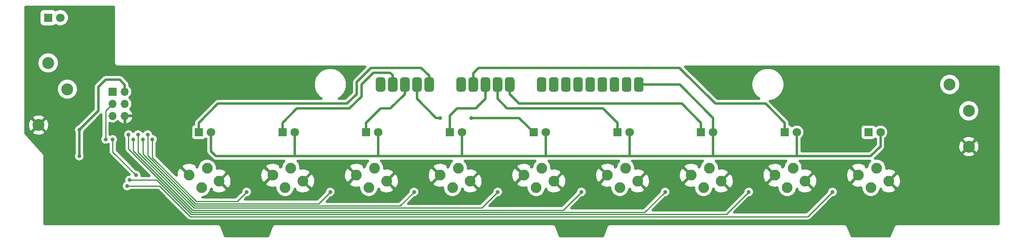
<source format=gbl>
G04 #@! TF.GenerationSoftware,KiCad,Pcbnew,(5.1.7)-1*
G04 #@! TF.CreationDate,2022-04-05T13:22:44+02:00*
G04 #@! TF.ProjectId,saba_924x_tipp-tasten-modul,73616261-5f39-4323-9478-5f746970702d,rev?*
G04 #@! TF.SameCoordinates,Original*
G04 #@! TF.FileFunction,Copper,L2,Bot*
G04 #@! TF.FilePolarity,Positive*
%FSLAX46Y46*%
G04 Gerber Fmt 4.6, Leading zero omitted, Abs format (unit mm)*
G04 Created by KiCad (PCBNEW (5.1.7)-1) date 2022-04-05 13:22:44*
%MOMM*%
%LPD*%
G01*
G04 APERTURE LIST*
G04 #@! TA.AperFunction,ComponentPad*
%ADD10C,2.500000*%
G04 #@! TD*
G04 #@! TA.AperFunction,ComponentPad*
%ADD11C,2.250000*%
G04 #@! TD*
G04 #@! TA.AperFunction,ComponentPad*
%ADD12R,1.800000X1.800000*%
G04 #@! TD*
G04 #@! TA.AperFunction,ComponentPad*
%ADD13C,1.800000*%
G04 #@! TD*
G04 #@! TA.AperFunction,ComponentPad*
%ADD14R,1.700000X1.700000*%
G04 #@! TD*
G04 #@! TA.AperFunction,ComponentPad*
%ADD15O,1.700000X1.700000*%
G04 #@! TD*
G04 #@! TA.AperFunction,ViaPad*
%ADD16C,0.800000*%
G04 #@! TD*
G04 #@! TA.AperFunction,Conductor*
%ADD17C,0.500000*%
G04 #@! TD*
G04 #@! TA.AperFunction,Conductor*
%ADD18C,0.750000*%
G04 #@! TD*
G04 #@! TA.AperFunction,Conductor*
%ADD19C,0.250000*%
G04 #@! TD*
G04 #@! TA.AperFunction,Conductor*
%ADD20C,0.100000*%
G04 #@! TD*
G04 APERTURE END LIST*
D10*
X25500000Y-32500000D03*
X29500000Y-38000000D03*
D11*
X61250000Y-57200000D03*
X57550000Y-58600000D03*
X54950000Y-56000000D03*
X58750000Y-54500000D03*
X201250000Y-57200000D03*
X197550000Y-58600000D03*
X194950000Y-56000000D03*
X198750000Y-54500000D03*
X96250000Y-57200000D03*
X92550000Y-58600000D03*
X89950000Y-56000000D03*
X93750000Y-54500000D03*
X113750000Y-57200000D03*
X110050000Y-58600000D03*
X107450000Y-56000000D03*
X111250000Y-54500000D03*
X148750000Y-57200000D03*
X145050000Y-58600000D03*
X142450000Y-56000000D03*
X146250000Y-54500000D03*
X166250000Y-57200000D03*
X162550000Y-58600000D03*
X159950000Y-56000000D03*
X163750000Y-54500000D03*
X131250000Y-57200000D03*
X127550000Y-58600000D03*
X124950000Y-56000000D03*
X128750000Y-54500000D03*
X183750000Y-57200000D03*
X180050000Y-58600000D03*
X177450000Y-56000000D03*
X181250000Y-54500000D03*
X78750000Y-57200000D03*
X75050000Y-58600000D03*
X72450000Y-56000000D03*
X76250000Y-54500000D03*
D12*
X74500000Y-47000000D03*
D13*
X77040000Y-47000000D03*
D14*
X39000000Y-38500000D03*
D15*
X41540000Y-38500000D03*
X39000000Y-41040000D03*
X41540000Y-41040000D03*
X39000000Y-43580000D03*
X41540000Y-43580000D03*
D10*
X218000000Y-50000000D03*
X214000000Y-37000000D03*
X218000000Y-42500000D03*
X23500000Y-45500000D03*
G04 #@! TA.AperFunction,ComponentPad*
G36*
G01*
X104160000Y-38000000D02*
X104160000Y-36000000D01*
G75*
G02*
X104660000Y-35500000I500000J0D01*
G01*
X105660000Y-35500000D01*
G75*
G02*
X106160000Y-36000000I0J-500000D01*
G01*
X106160000Y-38000000D01*
G75*
G02*
X105660000Y-38500000I-500000J0D01*
G01*
X104660000Y-38500000D01*
G75*
G02*
X104160000Y-38000000I0J500000D01*
G01*
G37*
G04 #@! TD.AperFunction*
G04 #@! TA.AperFunction,ComponentPad*
G36*
G01*
X101620000Y-38000000D02*
X101620000Y-36000000D01*
G75*
G02*
X102120000Y-35500000I500000J0D01*
G01*
X103120000Y-35500000D01*
G75*
G02*
X103620000Y-36000000I0J-500000D01*
G01*
X103620000Y-38000000D01*
G75*
G02*
X103120000Y-38500000I-500000J0D01*
G01*
X102120000Y-38500000D01*
G75*
G02*
X101620000Y-38000000I0J500000D01*
G01*
G37*
G04 #@! TD.AperFunction*
G04 #@! TA.AperFunction,ComponentPad*
G36*
G01*
X99080000Y-38000000D02*
X99080000Y-36000000D01*
G75*
G02*
X99580000Y-35500000I500000J0D01*
G01*
X100580000Y-35500000D01*
G75*
G02*
X101080000Y-36000000I0J-500000D01*
G01*
X101080000Y-38000000D01*
G75*
G02*
X100580000Y-38500000I-500000J0D01*
G01*
X99580000Y-38500000D01*
G75*
G02*
X99080000Y-38000000I0J500000D01*
G01*
G37*
G04 #@! TD.AperFunction*
G04 #@! TA.AperFunction,ComponentPad*
G36*
G01*
X96540000Y-38000000D02*
X96540000Y-36000000D01*
G75*
G02*
X97040000Y-35500000I500000J0D01*
G01*
X98040000Y-35500000D01*
G75*
G02*
X98540000Y-36000000I0J-500000D01*
G01*
X98540000Y-38000000D01*
G75*
G02*
X98040000Y-38500000I-500000J0D01*
G01*
X97040000Y-38500000D01*
G75*
G02*
X96540000Y-38000000I0J500000D01*
G01*
G37*
G04 #@! TD.AperFunction*
G04 #@! TA.AperFunction,ComponentPad*
G36*
G01*
X94000000Y-38000000D02*
X94000000Y-36000000D01*
G75*
G02*
X94500000Y-35500000I500000J0D01*
G01*
X95500000Y-35500000D01*
G75*
G02*
X96000000Y-36000000I0J-500000D01*
G01*
X96000000Y-38000000D01*
G75*
G02*
X95500000Y-38500000I-500000J0D01*
G01*
X94500000Y-38500000D01*
G75*
G02*
X94000000Y-38000000I0J500000D01*
G01*
G37*
G04 #@! TD.AperFunction*
G04 #@! TA.AperFunction,ComponentPad*
G36*
G01*
X121000000Y-38000000D02*
X121000000Y-36000000D01*
G75*
G02*
X121500000Y-35500000I500000J0D01*
G01*
X122500000Y-35500000D01*
G75*
G02*
X123000000Y-36000000I0J-500000D01*
G01*
X123000000Y-38000000D01*
G75*
G02*
X122500000Y-38500000I-500000J0D01*
G01*
X121500000Y-38500000D01*
G75*
G02*
X121000000Y-38000000I0J500000D01*
G01*
G37*
G04 #@! TD.AperFunction*
G04 #@! TA.AperFunction,ComponentPad*
G36*
G01*
X118460000Y-38000000D02*
X118460000Y-36000000D01*
G75*
G02*
X118960000Y-35500000I500000J0D01*
G01*
X119960000Y-35500000D01*
G75*
G02*
X120460000Y-36000000I0J-500000D01*
G01*
X120460000Y-38000000D01*
G75*
G02*
X119960000Y-38500000I-500000J0D01*
G01*
X118960000Y-38500000D01*
G75*
G02*
X118460000Y-38000000I0J500000D01*
G01*
G37*
G04 #@! TD.AperFunction*
G04 #@! TA.AperFunction,ComponentPad*
G36*
G01*
X115920000Y-38000000D02*
X115920000Y-36000000D01*
G75*
G02*
X116420000Y-35500000I500000J0D01*
G01*
X117420000Y-35500000D01*
G75*
G02*
X117920000Y-36000000I0J-500000D01*
G01*
X117920000Y-38000000D01*
G75*
G02*
X117420000Y-38500000I-500000J0D01*
G01*
X116420000Y-38500000D01*
G75*
G02*
X115920000Y-38000000I0J500000D01*
G01*
G37*
G04 #@! TD.AperFunction*
G04 #@! TA.AperFunction,ComponentPad*
G36*
G01*
X113380000Y-38000000D02*
X113380000Y-36000000D01*
G75*
G02*
X113880000Y-35500000I500000J0D01*
G01*
X114880000Y-35500000D01*
G75*
G02*
X115380000Y-36000000I0J-500000D01*
G01*
X115380000Y-38000000D01*
G75*
G02*
X114880000Y-38500000I-500000J0D01*
G01*
X113880000Y-38500000D01*
G75*
G02*
X113380000Y-38000000I0J500000D01*
G01*
G37*
G04 #@! TD.AperFunction*
G04 #@! TA.AperFunction,ComponentPad*
G36*
G01*
X110840000Y-38000000D02*
X110840000Y-36000000D01*
G75*
G02*
X111340000Y-35500000I500000J0D01*
G01*
X112340000Y-35500000D01*
G75*
G02*
X112840000Y-36000000I0J-500000D01*
G01*
X112840000Y-38000000D01*
G75*
G02*
X112340000Y-38500000I-500000J0D01*
G01*
X111340000Y-38500000D01*
G75*
G02*
X110840000Y-38000000I0J500000D01*
G01*
G37*
G04 #@! TD.AperFunction*
G04 #@! TA.AperFunction,ComponentPad*
G36*
G01*
X148000000Y-38000000D02*
X148000000Y-36000000D01*
G75*
G02*
X148500000Y-35500000I500000J0D01*
G01*
X149500000Y-35500000D01*
G75*
G02*
X150000000Y-36000000I0J-500000D01*
G01*
X150000000Y-38000000D01*
G75*
G02*
X149500000Y-38500000I-500000J0D01*
G01*
X148500000Y-38500000D01*
G75*
G02*
X148000000Y-38000000I0J500000D01*
G01*
G37*
G04 #@! TD.AperFunction*
G04 #@! TA.AperFunction,ComponentPad*
G36*
G01*
X145460000Y-38000000D02*
X145460000Y-36000000D01*
G75*
G02*
X145960000Y-35500000I500000J0D01*
G01*
X146960000Y-35500000D01*
G75*
G02*
X147460000Y-36000000I0J-500000D01*
G01*
X147460000Y-38000000D01*
G75*
G02*
X146960000Y-38500000I-500000J0D01*
G01*
X145960000Y-38500000D01*
G75*
G02*
X145460000Y-38000000I0J500000D01*
G01*
G37*
G04 #@! TD.AperFunction*
G04 #@! TA.AperFunction,ComponentPad*
G36*
G01*
X142920000Y-38000000D02*
X142920000Y-36000000D01*
G75*
G02*
X143420000Y-35500000I500000J0D01*
G01*
X144420000Y-35500000D01*
G75*
G02*
X144920000Y-36000000I0J-500000D01*
G01*
X144920000Y-38000000D01*
G75*
G02*
X144420000Y-38500000I-500000J0D01*
G01*
X143420000Y-38500000D01*
G75*
G02*
X142920000Y-38000000I0J500000D01*
G01*
G37*
G04 #@! TD.AperFunction*
G04 #@! TA.AperFunction,ComponentPad*
G36*
G01*
X140380000Y-38000000D02*
X140380000Y-36000000D01*
G75*
G02*
X140880000Y-35500000I500000J0D01*
G01*
X141880000Y-35500000D01*
G75*
G02*
X142380000Y-36000000I0J-500000D01*
G01*
X142380000Y-38000000D01*
G75*
G02*
X141880000Y-38500000I-500000J0D01*
G01*
X140880000Y-38500000D01*
G75*
G02*
X140380000Y-38000000I0J500000D01*
G01*
G37*
G04 #@! TD.AperFunction*
G04 #@! TA.AperFunction,ComponentPad*
G36*
G01*
X137840000Y-38000000D02*
X137840000Y-36000000D01*
G75*
G02*
X138340000Y-35500000I500000J0D01*
G01*
X139340000Y-35500000D01*
G75*
G02*
X139840000Y-36000000I0J-500000D01*
G01*
X139840000Y-38000000D01*
G75*
G02*
X139340000Y-38500000I-500000J0D01*
G01*
X138340000Y-38500000D01*
G75*
G02*
X137840000Y-38000000I0J500000D01*
G01*
G37*
G04 #@! TD.AperFunction*
G04 #@! TA.AperFunction,ComponentPad*
G36*
G01*
X135300000Y-38000000D02*
X135300000Y-36000000D01*
G75*
G02*
X135800000Y-35500000I500000J0D01*
G01*
X136800000Y-35500000D01*
G75*
G02*
X137300000Y-36000000I0J-500000D01*
G01*
X137300000Y-38000000D01*
G75*
G02*
X136800000Y-38500000I-500000J0D01*
G01*
X135800000Y-38500000D01*
G75*
G02*
X135300000Y-38000000I0J500000D01*
G01*
G37*
G04 #@! TD.AperFunction*
G04 #@! TA.AperFunction,ComponentPad*
G36*
G01*
X132760000Y-38000000D02*
X132760000Y-36000000D01*
G75*
G02*
X133260000Y-35500000I500000J0D01*
G01*
X134260000Y-35500000D01*
G75*
G02*
X134760000Y-36000000I0J-500000D01*
G01*
X134760000Y-38000000D01*
G75*
G02*
X134260000Y-38500000I-500000J0D01*
G01*
X133260000Y-38500000D01*
G75*
G02*
X132760000Y-38000000I0J500000D01*
G01*
G37*
G04 #@! TD.AperFunction*
G04 #@! TA.AperFunction,ComponentPad*
G36*
G01*
X130220000Y-38000000D02*
X130220000Y-36000000D01*
G75*
G02*
X130720000Y-35500000I500000J0D01*
G01*
X131720000Y-35500000D01*
G75*
G02*
X132220000Y-36000000I0J-500000D01*
G01*
X132220000Y-38000000D01*
G75*
G02*
X131720000Y-38500000I-500000J0D01*
G01*
X130720000Y-38500000D01*
G75*
G02*
X130220000Y-38000000I0J500000D01*
G01*
G37*
G04 #@! TD.AperFunction*
G04 #@! TA.AperFunction,ComponentPad*
G36*
G01*
X127680000Y-38000000D02*
X127680000Y-36000000D01*
G75*
G02*
X128180000Y-35500000I500000J0D01*
G01*
X129180000Y-35500000D01*
G75*
G02*
X129680000Y-36000000I0J-500000D01*
G01*
X129680000Y-38000000D01*
G75*
G02*
X129180000Y-38500000I-500000J0D01*
G01*
X128180000Y-38500000D01*
G75*
G02*
X127680000Y-38000000I0J500000D01*
G01*
G37*
G04 #@! TD.AperFunction*
D12*
X197000000Y-47000000D03*
D13*
X199540000Y-47000000D03*
D12*
X162000000Y-47000000D03*
D13*
X164540000Y-47000000D03*
D12*
X144500000Y-47000000D03*
D13*
X147040000Y-47000000D03*
D12*
X109500000Y-47000000D03*
D13*
X112040000Y-47000000D03*
D12*
X179500000Y-47000000D03*
D13*
X182040000Y-47000000D03*
D12*
X127000000Y-47000000D03*
D13*
X129540000Y-47000000D03*
D12*
X92000000Y-47000000D03*
D13*
X94540000Y-47000000D03*
D12*
X25500000Y-23000000D03*
D13*
X28040000Y-23000000D03*
D12*
X57000000Y-47000000D03*
D13*
X59540000Y-47000000D03*
D16*
X114000000Y-44000000D03*
X107500000Y-44000000D03*
X28000000Y-57200000D03*
X28000000Y-56300000D03*
X28000000Y-55400000D03*
X28000000Y-54500000D03*
X28000000Y-53600000D03*
X40900000Y-56400000D03*
X32000000Y-46500000D03*
X32000000Y-52000000D03*
X37500000Y-48500000D03*
X43900000Y-56000000D03*
X39000000Y-48500000D03*
X67000000Y-59500000D03*
X47300000Y-48500000D03*
X84500000Y-59500000D03*
X46300000Y-47500000D03*
X102000000Y-59500000D03*
X45300000Y-48500000D03*
X119500000Y-59500000D03*
X44300000Y-47500000D03*
X43300000Y-48500000D03*
X137000000Y-59500000D03*
X42300000Y-47500000D03*
X154500000Y-59500000D03*
X172000000Y-59500000D03*
X42500000Y-57000000D03*
X189500000Y-59500000D03*
X42000000Y-58250000D03*
D17*
X105160000Y-35160000D02*
X105160000Y-37000000D01*
X103500000Y-33500000D02*
X105160000Y-35160000D01*
X93000000Y-33500000D02*
X103500000Y-33500000D01*
X90000000Y-36500000D02*
X93000000Y-33500000D01*
X90000000Y-39000000D02*
X90000000Y-36500000D01*
X88000000Y-41000000D02*
X90000000Y-39000000D01*
X61000000Y-41000000D02*
X88000000Y-41000000D01*
X57000000Y-45000000D02*
X61000000Y-41000000D01*
X57000000Y-47000000D02*
X57000000Y-45000000D01*
X74500000Y-45000000D02*
X74500000Y-47000000D01*
X77500000Y-42000000D02*
X74500000Y-45000000D01*
X88500000Y-42000000D02*
X77500000Y-42000000D01*
X91000000Y-39500000D02*
X88500000Y-42000000D01*
X91000000Y-36989962D02*
X91000000Y-39500000D01*
X97000000Y-34500000D02*
X93489962Y-34500000D01*
X93489962Y-34500000D02*
X91000000Y-36989962D01*
X97540000Y-35040000D02*
X97000000Y-34500000D01*
X97540000Y-37000000D02*
X97540000Y-35040000D01*
X92000000Y-47000000D02*
X92000000Y-45000000D01*
X92000000Y-45000000D02*
X95000000Y-42000000D01*
X100080000Y-39000000D02*
X100080000Y-37000000D01*
X97080000Y-42000000D02*
X100080000Y-39000000D01*
X95000000Y-42000000D02*
X97080000Y-42000000D01*
X124000000Y-44000000D02*
X127000000Y-47000000D01*
X102620000Y-37000000D02*
X102620000Y-40000000D01*
X106620000Y-44000000D02*
X102620000Y-40000000D01*
X107500000Y-44000000D02*
X106620000Y-44000000D01*
X114000000Y-44000000D02*
X124000000Y-44000000D01*
X179500000Y-45000000D02*
X179500000Y-47000000D01*
X175500000Y-41000000D02*
X179500000Y-45000000D01*
X165000000Y-41000000D02*
X175500000Y-41000000D01*
X157500000Y-33500000D02*
X165000000Y-41000000D01*
X115500000Y-33500000D02*
X157500000Y-33500000D01*
X114380000Y-34620000D02*
X115500000Y-33500000D01*
X114380000Y-37000000D02*
X114380000Y-34620000D01*
X111000000Y-42000000D02*
X109500000Y-43500000D01*
X109500000Y-47000000D02*
X109500000Y-43500000D01*
X116920000Y-40000000D02*
X116920000Y-37000000D01*
X114920000Y-42000000D02*
X116920000Y-40000000D01*
X111000000Y-42000000D02*
X114920000Y-42000000D01*
X144500000Y-45000000D02*
X144500000Y-47000000D01*
X141500000Y-42000000D02*
X144500000Y-45000000D01*
X119460000Y-37000000D02*
X119460000Y-40000000D01*
X121460000Y-42000000D02*
X119460000Y-40000000D01*
X123000000Y-42000000D02*
X121460000Y-42000000D01*
X123000000Y-42000000D02*
X141500000Y-42000000D01*
X162000000Y-45000000D02*
X162000000Y-47000000D01*
X158000000Y-41000000D02*
X162000000Y-45000000D01*
X122000000Y-37000000D02*
X122000000Y-39000000D01*
X124000000Y-41000000D02*
X122000000Y-39000000D01*
X125500000Y-41000000D02*
X124000000Y-41000000D01*
X125500000Y-41000000D02*
X158000000Y-41000000D01*
D18*
X111840000Y-37000000D02*
X111840000Y-36764998D01*
D17*
X77040000Y-51960000D02*
X77000000Y-52000000D01*
X77040000Y-47000000D02*
X77040000Y-51960000D01*
X94000000Y-52000000D02*
X77000000Y-52000000D01*
X94540000Y-51960000D02*
X94500000Y-52000000D01*
X94540000Y-47000000D02*
X94540000Y-51960000D01*
X94500000Y-52000000D02*
X94000000Y-52000000D01*
X111500000Y-52000000D02*
X94500000Y-52000000D01*
X112040000Y-51960000D02*
X112000000Y-52000000D01*
X112040000Y-47000000D02*
X112040000Y-51960000D01*
X112000000Y-52000000D02*
X111500000Y-52000000D01*
X129000000Y-52000000D02*
X112000000Y-52000000D01*
X129540000Y-51960000D02*
X129500000Y-52000000D01*
X129540000Y-47000000D02*
X129540000Y-51960000D01*
X129500000Y-52000000D02*
X129000000Y-52000000D01*
X146000000Y-52000000D02*
X147750000Y-52000000D01*
X146500000Y-52000000D02*
X146000000Y-52000000D01*
X164000000Y-52000000D02*
X147750000Y-52000000D01*
X146000000Y-52000000D02*
X129500000Y-52000000D01*
X147040000Y-51960000D02*
X147000000Y-52000000D01*
X147040000Y-47000000D02*
X147040000Y-51960000D01*
X147000000Y-52000000D02*
X146750000Y-52000000D01*
X147750000Y-52000000D02*
X147000000Y-52000000D01*
X164540000Y-51960000D02*
X164500000Y-52000000D01*
X164540000Y-47000000D02*
X164540000Y-51960000D01*
X164500000Y-52000000D02*
X164000000Y-52000000D01*
X181500000Y-52000000D02*
X164500000Y-52000000D01*
X182040000Y-51960000D02*
X182000000Y-52000000D01*
X182000000Y-52000000D02*
X181500000Y-52000000D01*
X182040000Y-47000000D02*
X182040000Y-51960000D01*
X197500000Y-52000000D02*
X182000000Y-52000000D01*
X199540000Y-49960000D02*
X197500000Y-52000000D01*
X199540000Y-47000000D02*
X199540000Y-49960000D01*
X76500000Y-52000000D02*
X77000000Y-52000000D01*
X60580000Y-52000000D02*
X76500000Y-52000000D01*
X59540000Y-50960000D02*
X60580000Y-52000000D01*
X59540000Y-47000000D02*
X59540000Y-50960000D01*
X164540000Y-47000000D02*
X164540000Y-44000000D01*
X157540000Y-37000000D02*
X164540000Y-44000000D01*
X149000000Y-37000000D02*
X157540000Y-37000000D01*
X32000000Y-46500000D02*
X32000000Y-52000000D01*
X41540000Y-38500000D02*
X41540000Y-37040000D01*
X41540000Y-37040000D02*
X40500000Y-36000000D01*
X40500000Y-36000000D02*
X37500000Y-36000000D01*
X37500000Y-36000000D02*
X36000000Y-37500000D01*
X36000000Y-42500000D02*
X32000000Y-46500000D01*
X36000000Y-37500000D02*
X36000000Y-42500000D01*
D19*
X37500000Y-42540000D02*
X39000000Y-41040000D01*
X37500000Y-48500000D02*
X37500000Y-42540000D01*
X43900000Y-56000000D02*
X39000000Y-51100000D01*
X39000000Y-51100000D02*
X39000000Y-48500000D01*
X47300000Y-51700000D02*
X47300000Y-48500000D01*
X47300000Y-52300000D02*
X47300000Y-51700000D01*
X56500000Y-61500000D02*
X47300000Y-52300000D01*
X65000000Y-61500000D02*
X56500000Y-61500000D01*
X67000000Y-59500000D02*
X65000000Y-61500000D01*
X46300000Y-51450000D02*
X46300000Y-47500000D01*
X46300000Y-51936410D02*
X46300000Y-51450000D01*
X56313599Y-61950009D02*
X46300000Y-51936410D01*
X82049990Y-61950010D02*
X56313599Y-61950009D01*
X84500000Y-59500000D02*
X82049990Y-61950010D01*
X99099980Y-62400020D02*
X102000000Y-59500000D01*
X57349980Y-62400020D02*
X56127198Y-62400018D01*
X57349980Y-62400020D02*
X99099980Y-62400020D01*
X45300000Y-51572820D02*
X45300000Y-50550000D01*
X56127198Y-62400018D02*
X45300000Y-51572820D01*
X45300000Y-48500000D02*
X45300000Y-50550000D01*
X116149970Y-62850030D02*
X119500000Y-59500000D01*
X56899970Y-62850030D02*
X55940797Y-62850027D01*
X56899970Y-62850030D02*
X116149970Y-62850030D01*
X44300000Y-51209230D02*
X44300000Y-49800000D01*
X55940797Y-62850027D02*
X44300000Y-51209230D01*
X44300000Y-47500000D02*
X44300000Y-49800000D01*
X133199960Y-63300040D02*
X137000000Y-59500000D01*
X56949960Y-63300040D02*
X55754396Y-63300036D01*
X56949960Y-63300040D02*
X133199960Y-63300040D01*
X43300000Y-50845640D02*
X43300000Y-49300000D01*
X55754396Y-63300036D02*
X43300000Y-50845640D01*
X43300000Y-48500000D02*
X43300000Y-49300000D01*
X42300000Y-49950000D02*
X42300000Y-47500000D01*
X42300000Y-50482050D02*
X42300000Y-49950000D01*
X55567995Y-63750045D02*
X42300000Y-50482050D01*
X56500048Y-63750048D02*
X55567995Y-63750045D01*
X56500050Y-63750050D02*
X56500048Y-63750048D01*
X150249950Y-63750050D02*
X56500050Y-63750050D01*
X154500000Y-59500000D02*
X150249950Y-63750050D01*
X167299940Y-64200060D02*
X172000000Y-59500000D01*
X55950060Y-64200060D02*
X167299940Y-64200060D01*
X55950056Y-64200056D02*
X55950060Y-64200060D01*
X55381594Y-64200054D02*
X55950056Y-64200056D01*
X48181540Y-57000000D02*
X55381594Y-64200054D01*
X42500000Y-57000000D02*
X48181540Y-57000000D01*
X55650069Y-64650069D02*
X184349930Y-64650070D01*
X55650064Y-64650064D02*
X55650069Y-64650069D01*
X184349930Y-64650070D02*
X189500000Y-59500000D01*
X55195193Y-64650063D02*
X55650064Y-64650064D01*
X48795130Y-58250000D02*
X55195193Y-64650063D01*
X42000000Y-58250000D02*
X48795130Y-58250000D01*
D17*
X39225001Y-32461925D02*
X39221251Y-32500000D01*
X39236214Y-32651926D01*
X39280530Y-32798014D01*
X39352494Y-32932650D01*
X39449341Y-33050659D01*
X39567350Y-33147506D01*
X39701986Y-33219470D01*
X39848074Y-33263786D01*
X39961935Y-33275000D01*
X40000000Y-33278749D01*
X40038065Y-33275000D01*
X91810786Y-33275000D01*
X89327632Y-35758156D01*
X89289473Y-35789472D01*
X89164509Y-35941742D01*
X89130122Y-36006076D01*
X89071651Y-36115466D01*
X89014470Y-36303966D01*
X88995162Y-36500000D01*
X89000001Y-36549130D01*
X89000000Y-38585787D01*
X87585788Y-40000000D01*
X86310017Y-40000000D01*
X86731120Y-39718628D01*
X87218628Y-39231120D01*
X87601660Y-38657872D01*
X87865497Y-38020912D01*
X88000000Y-37344720D01*
X88000000Y-36655280D01*
X87865497Y-35979088D01*
X87601660Y-35342128D01*
X87218628Y-34768880D01*
X86731120Y-34281372D01*
X86157872Y-33898340D01*
X85520912Y-33634503D01*
X84844720Y-33500000D01*
X84155280Y-33500000D01*
X83479088Y-33634503D01*
X82842128Y-33898340D01*
X82268880Y-34281372D01*
X81781372Y-34768880D01*
X81398340Y-35342128D01*
X81134503Y-35979088D01*
X81000000Y-36655280D01*
X81000000Y-37344720D01*
X81134503Y-38020912D01*
X81398340Y-38657872D01*
X81781372Y-39231120D01*
X82268880Y-39718628D01*
X82689983Y-40000000D01*
X61049117Y-40000000D01*
X60999999Y-39995162D01*
X60950881Y-40000000D01*
X60950880Y-40000000D01*
X60803966Y-40014470D01*
X60615465Y-40071651D01*
X60441742Y-40164508D01*
X60289472Y-40289472D01*
X60258155Y-40327632D01*
X56327632Y-44258156D01*
X56289473Y-44289472D01*
X56164509Y-44441742D01*
X56114875Y-44534600D01*
X56071651Y-44615466D01*
X56014470Y-44803966D01*
X55995162Y-45000000D01*
X56000001Y-45049130D01*
X56000001Y-45356221D01*
X55952974Y-45360853D01*
X55811599Y-45403739D01*
X55681307Y-45473381D01*
X55567105Y-45567105D01*
X55473381Y-45681307D01*
X55403739Y-45811599D01*
X55360853Y-45952974D01*
X55346372Y-46100000D01*
X55346372Y-47900000D01*
X55360853Y-48047026D01*
X55403739Y-48188401D01*
X55473381Y-48318693D01*
X55567105Y-48432895D01*
X55681307Y-48526619D01*
X55811599Y-48596261D01*
X55952974Y-48639147D01*
X56100000Y-48653628D01*
X57900000Y-48653628D01*
X58047026Y-48639147D01*
X58188401Y-48596261D01*
X58318693Y-48526619D01*
X58432895Y-48432895D01*
X58526619Y-48318693D01*
X58531099Y-48310312D01*
X58540000Y-48316260D01*
X58540001Y-50910870D01*
X58535162Y-50960000D01*
X58554470Y-51156034D01*
X58611651Y-51344534D01*
X58647894Y-51412339D01*
X58704509Y-51518258D01*
X58829473Y-51670528D01*
X58867632Y-51701844D01*
X59838155Y-52672368D01*
X59869472Y-52710528D01*
X60021742Y-52835492D01*
X60129824Y-52893263D01*
X60195465Y-52928349D01*
X60383965Y-52985530D01*
X60579999Y-53004838D01*
X60629119Y-53000000D01*
X74886218Y-53000000D01*
X74677080Y-53209138D01*
X74455468Y-53540803D01*
X74302820Y-53909329D01*
X74252540Y-54162102D01*
X74032196Y-54382446D01*
X73980107Y-53851456D01*
X73531546Y-53594231D01*
X73041422Y-53429458D01*
X72528570Y-53363470D01*
X72012698Y-53398802D01*
X71513632Y-53534097D01*
X71050550Y-53764155D01*
X70919893Y-53851456D01*
X70867804Y-54382449D01*
X72450000Y-55964645D01*
X72464143Y-55950503D01*
X72499498Y-55985858D01*
X72485355Y-56000000D01*
X72499498Y-56014143D01*
X72464143Y-56049498D01*
X72450000Y-56035355D01*
X70867804Y-57617551D01*
X70919893Y-58148544D01*
X71368454Y-58405769D01*
X71858578Y-58570542D01*
X72371430Y-58636530D01*
X72887302Y-58601198D01*
X73025000Y-58563869D01*
X73025000Y-58799445D01*
X73102820Y-59190671D01*
X73255468Y-59559197D01*
X73477080Y-59890862D01*
X73759138Y-60172920D01*
X74090803Y-60394532D01*
X74459329Y-60547180D01*
X74850555Y-60625000D01*
X75249445Y-60625000D01*
X75640671Y-60547180D01*
X76009197Y-60394532D01*
X76340862Y-60172920D01*
X76622920Y-59890862D01*
X76844532Y-59559197D01*
X76997180Y-59190671D01*
X77047460Y-58937898D01*
X77167804Y-58817554D01*
X77219893Y-59348544D01*
X77668454Y-59605769D01*
X78158578Y-59770542D01*
X78671430Y-59836530D01*
X79187302Y-59801198D01*
X79686368Y-59665903D01*
X80149450Y-59435845D01*
X80280107Y-59348544D01*
X80332196Y-58817551D01*
X78750000Y-57235355D01*
X78735858Y-57249498D01*
X78700503Y-57214143D01*
X78714645Y-57200000D01*
X78785355Y-57200000D01*
X80367551Y-58782196D01*
X80898544Y-58730107D01*
X81155769Y-58281546D01*
X81320542Y-57791422D01*
X81386530Y-57278570D01*
X81351198Y-56762698D01*
X81215903Y-56263632D01*
X81045898Y-55921430D01*
X87313470Y-55921430D01*
X87348802Y-56437302D01*
X87484097Y-56936368D01*
X87714155Y-57399450D01*
X87801456Y-57530107D01*
X88332449Y-57582196D01*
X89914645Y-56000000D01*
X88332449Y-54417804D01*
X87801456Y-54469893D01*
X87544231Y-54918454D01*
X87379458Y-55408578D01*
X87313470Y-55921430D01*
X81045898Y-55921430D01*
X80985845Y-55800550D01*
X80898544Y-55669893D01*
X80367551Y-55617804D01*
X78785355Y-57200000D01*
X78714645Y-57200000D01*
X78700503Y-57185858D01*
X78735858Y-57150503D01*
X78750000Y-57164645D01*
X80332196Y-55582449D01*
X80280107Y-55051456D01*
X79831546Y-54794231D01*
X79341422Y-54629458D01*
X78828570Y-54563470D01*
X78312698Y-54598802D01*
X78275000Y-54609022D01*
X78275000Y-54300555D01*
X78197180Y-53909329D01*
X78044532Y-53540803D01*
X77822920Y-53209138D01*
X77613782Y-53000000D01*
X92386218Y-53000000D01*
X92177080Y-53209138D01*
X91955468Y-53540803D01*
X91802820Y-53909329D01*
X91752540Y-54162102D01*
X91532196Y-54382446D01*
X91480107Y-53851456D01*
X91031546Y-53594231D01*
X90541422Y-53429458D01*
X90028570Y-53363470D01*
X89512698Y-53398802D01*
X89013632Y-53534097D01*
X88550550Y-53764155D01*
X88419893Y-53851456D01*
X88367804Y-54382449D01*
X89950000Y-55964645D01*
X89964143Y-55950503D01*
X89999498Y-55985858D01*
X89985355Y-56000000D01*
X89999498Y-56014143D01*
X89964143Y-56049498D01*
X89950000Y-56035355D01*
X88367804Y-57617551D01*
X88419893Y-58148544D01*
X88868454Y-58405769D01*
X89358578Y-58570542D01*
X89871430Y-58636530D01*
X90387302Y-58601198D01*
X90525000Y-58563869D01*
X90525000Y-58799445D01*
X90602820Y-59190671D01*
X90755468Y-59559197D01*
X90977080Y-59890862D01*
X91259138Y-60172920D01*
X91590803Y-60394532D01*
X91959329Y-60547180D01*
X92350555Y-60625000D01*
X92749445Y-60625000D01*
X93140671Y-60547180D01*
X93509197Y-60394532D01*
X93840862Y-60172920D01*
X94122920Y-59890862D01*
X94344532Y-59559197D01*
X94497180Y-59190671D01*
X94547460Y-58937898D01*
X94667804Y-58817554D01*
X94719893Y-59348544D01*
X95168454Y-59605769D01*
X95658578Y-59770542D01*
X96171430Y-59836530D01*
X96687302Y-59801198D01*
X97186368Y-59665903D01*
X97649450Y-59435845D01*
X97780107Y-59348544D01*
X97832196Y-58817551D01*
X96250000Y-57235355D01*
X96235858Y-57249498D01*
X96200503Y-57214143D01*
X96214645Y-57200000D01*
X96285355Y-57200000D01*
X97867551Y-58782196D01*
X98398544Y-58730107D01*
X98655769Y-58281546D01*
X98820542Y-57791422D01*
X98886530Y-57278570D01*
X98851198Y-56762698D01*
X98715903Y-56263632D01*
X98545898Y-55921430D01*
X104813470Y-55921430D01*
X104848802Y-56437302D01*
X104984097Y-56936368D01*
X105214155Y-57399450D01*
X105301456Y-57530107D01*
X105832449Y-57582196D01*
X107414645Y-56000000D01*
X105832449Y-54417804D01*
X105301456Y-54469893D01*
X105044231Y-54918454D01*
X104879458Y-55408578D01*
X104813470Y-55921430D01*
X98545898Y-55921430D01*
X98485845Y-55800550D01*
X98398544Y-55669893D01*
X97867551Y-55617804D01*
X96285355Y-57200000D01*
X96214645Y-57200000D01*
X96200503Y-57185858D01*
X96235858Y-57150503D01*
X96250000Y-57164645D01*
X97832196Y-55582449D01*
X97780107Y-55051456D01*
X97331546Y-54794231D01*
X96841422Y-54629458D01*
X96328570Y-54563470D01*
X95812698Y-54598802D01*
X95775000Y-54609022D01*
X95775000Y-54300555D01*
X95697180Y-53909329D01*
X95544532Y-53540803D01*
X95322920Y-53209138D01*
X95113782Y-53000000D01*
X109886218Y-53000000D01*
X109677080Y-53209138D01*
X109455468Y-53540803D01*
X109302820Y-53909329D01*
X109252540Y-54162102D01*
X109032196Y-54382446D01*
X108980107Y-53851456D01*
X108531546Y-53594231D01*
X108041422Y-53429458D01*
X107528570Y-53363470D01*
X107012698Y-53398802D01*
X106513632Y-53534097D01*
X106050550Y-53764155D01*
X105919893Y-53851456D01*
X105867804Y-54382449D01*
X107450000Y-55964645D01*
X107464143Y-55950503D01*
X107499498Y-55985858D01*
X107485355Y-56000000D01*
X107499498Y-56014143D01*
X107464143Y-56049498D01*
X107450000Y-56035355D01*
X105867804Y-57617551D01*
X105919893Y-58148544D01*
X106368454Y-58405769D01*
X106858578Y-58570542D01*
X107371430Y-58636530D01*
X107887302Y-58601198D01*
X108025000Y-58563869D01*
X108025000Y-58799445D01*
X108102820Y-59190671D01*
X108255468Y-59559197D01*
X108477080Y-59890862D01*
X108759138Y-60172920D01*
X109090803Y-60394532D01*
X109459329Y-60547180D01*
X109850555Y-60625000D01*
X110249445Y-60625000D01*
X110640671Y-60547180D01*
X111009197Y-60394532D01*
X111340862Y-60172920D01*
X111622920Y-59890862D01*
X111844532Y-59559197D01*
X111997180Y-59190671D01*
X112047460Y-58937898D01*
X112167804Y-58817554D01*
X112219893Y-59348544D01*
X112668454Y-59605769D01*
X113158578Y-59770542D01*
X113671430Y-59836530D01*
X114187302Y-59801198D01*
X114686368Y-59665903D01*
X115149450Y-59435845D01*
X115280107Y-59348544D01*
X115332196Y-58817551D01*
X113750000Y-57235355D01*
X113735858Y-57249498D01*
X113700503Y-57214143D01*
X113714645Y-57200000D01*
X113785355Y-57200000D01*
X115367551Y-58782196D01*
X115898544Y-58730107D01*
X116155769Y-58281546D01*
X116320542Y-57791422D01*
X116386530Y-57278570D01*
X116351198Y-56762698D01*
X116215903Y-56263632D01*
X116045898Y-55921430D01*
X122313470Y-55921430D01*
X122348802Y-56437302D01*
X122484097Y-56936368D01*
X122714155Y-57399450D01*
X122801456Y-57530107D01*
X123332449Y-57582196D01*
X124914645Y-56000000D01*
X123332449Y-54417804D01*
X122801456Y-54469893D01*
X122544231Y-54918454D01*
X122379458Y-55408578D01*
X122313470Y-55921430D01*
X116045898Y-55921430D01*
X115985845Y-55800550D01*
X115898544Y-55669893D01*
X115367551Y-55617804D01*
X113785355Y-57200000D01*
X113714645Y-57200000D01*
X113700503Y-57185858D01*
X113735858Y-57150503D01*
X113750000Y-57164645D01*
X115332196Y-55582449D01*
X115280107Y-55051456D01*
X114831546Y-54794231D01*
X114341422Y-54629458D01*
X113828570Y-54563470D01*
X113312698Y-54598802D01*
X113275000Y-54609022D01*
X113275000Y-54300555D01*
X113197180Y-53909329D01*
X113044532Y-53540803D01*
X112822920Y-53209138D01*
X112613782Y-53000000D01*
X127386218Y-53000000D01*
X127177080Y-53209138D01*
X126955468Y-53540803D01*
X126802820Y-53909329D01*
X126752540Y-54162102D01*
X126532196Y-54382446D01*
X126480107Y-53851456D01*
X126031546Y-53594231D01*
X125541422Y-53429458D01*
X125028570Y-53363470D01*
X124512698Y-53398802D01*
X124013632Y-53534097D01*
X123550550Y-53764155D01*
X123419893Y-53851456D01*
X123367804Y-54382449D01*
X124950000Y-55964645D01*
X124964143Y-55950503D01*
X124999498Y-55985858D01*
X124985355Y-56000000D01*
X124999498Y-56014143D01*
X124964143Y-56049498D01*
X124950000Y-56035355D01*
X123367804Y-57617551D01*
X123419893Y-58148544D01*
X123868454Y-58405769D01*
X124358578Y-58570542D01*
X124871430Y-58636530D01*
X125387302Y-58601198D01*
X125525000Y-58563869D01*
X125525000Y-58799445D01*
X125602820Y-59190671D01*
X125755468Y-59559197D01*
X125977080Y-59890862D01*
X126259138Y-60172920D01*
X126590803Y-60394532D01*
X126959329Y-60547180D01*
X127350555Y-60625000D01*
X127749445Y-60625000D01*
X128140671Y-60547180D01*
X128509197Y-60394532D01*
X128840862Y-60172920D01*
X129122920Y-59890862D01*
X129344532Y-59559197D01*
X129497180Y-59190671D01*
X129547460Y-58937898D01*
X129667804Y-58817554D01*
X129719893Y-59348544D01*
X130168454Y-59605769D01*
X130658578Y-59770542D01*
X131171430Y-59836530D01*
X131687302Y-59801198D01*
X132186368Y-59665903D01*
X132649450Y-59435845D01*
X132780107Y-59348544D01*
X132832196Y-58817551D01*
X131250000Y-57235355D01*
X131235858Y-57249498D01*
X131200503Y-57214143D01*
X131214645Y-57200000D01*
X131285355Y-57200000D01*
X132867551Y-58782196D01*
X133398544Y-58730107D01*
X133655769Y-58281546D01*
X133820542Y-57791422D01*
X133886530Y-57278570D01*
X133851198Y-56762698D01*
X133715903Y-56263632D01*
X133545898Y-55921430D01*
X139813470Y-55921430D01*
X139848802Y-56437302D01*
X139984097Y-56936368D01*
X140214155Y-57399450D01*
X140301456Y-57530107D01*
X140832449Y-57582196D01*
X142414645Y-56000000D01*
X140832449Y-54417804D01*
X140301456Y-54469893D01*
X140044231Y-54918454D01*
X139879458Y-55408578D01*
X139813470Y-55921430D01*
X133545898Y-55921430D01*
X133485845Y-55800550D01*
X133398544Y-55669893D01*
X132867551Y-55617804D01*
X131285355Y-57200000D01*
X131214645Y-57200000D01*
X131200503Y-57185858D01*
X131235858Y-57150503D01*
X131250000Y-57164645D01*
X132832196Y-55582449D01*
X132780107Y-55051456D01*
X132331546Y-54794231D01*
X131841422Y-54629458D01*
X131328570Y-54563470D01*
X130812698Y-54598802D01*
X130775000Y-54609022D01*
X130775000Y-54300555D01*
X130697180Y-53909329D01*
X130544532Y-53540803D01*
X130322920Y-53209138D01*
X130113782Y-53000000D01*
X144886218Y-53000000D01*
X144677080Y-53209138D01*
X144455468Y-53540803D01*
X144302820Y-53909329D01*
X144252540Y-54162102D01*
X144032196Y-54382446D01*
X143980107Y-53851456D01*
X143531546Y-53594231D01*
X143041422Y-53429458D01*
X142528570Y-53363470D01*
X142012698Y-53398802D01*
X141513632Y-53534097D01*
X141050550Y-53764155D01*
X140919893Y-53851456D01*
X140867804Y-54382449D01*
X142450000Y-55964645D01*
X142464143Y-55950503D01*
X142499498Y-55985858D01*
X142485355Y-56000000D01*
X142499498Y-56014143D01*
X142464143Y-56049498D01*
X142450000Y-56035355D01*
X140867804Y-57617551D01*
X140919893Y-58148544D01*
X141368454Y-58405769D01*
X141858578Y-58570542D01*
X142371430Y-58636530D01*
X142887302Y-58601198D01*
X143025000Y-58563869D01*
X143025000Y-58799445D01*
X143102820Y-59190671D01*
X143255468Y-59559197D01*
X143477080Y-59890862D01*
X143759138Y-60172920D01*
X144090803Y-60394532D01*
X144459329Y-60547180D01*
X144850555Y-60625000D01*
X145249445Y-60625000D01*
X145640671Y-60547180D01*
X146009197Y-60394532D01*
X146340862Y-60172920D01*
X146622920Y-59890862D01*
X146844532Y-59559197D01*
X146997180Y-59190671D01*
X147047460Y-58937898D01*
X147167804Y-58817554D01*
X147219893Y-59348544D01*
X147668454Y-59605769D01*
X148158578Y-59770542D01*
X148671430Y-59836530D01*
X149187302Y-59801198D01*
X149686368Y-59665903D01*
X150149450Y-59435845D01*
X150280107Y-59348544D01*
X150332196Y-58817551D01*
X148750000Y-57235355D01*
X148735858Y-57249498D01*
X148700503Y-57214143D01*
X148714645Y-57200000D01*
X148785355Y-57200000D01*
X150367551Y-58782196D01*
X150898544Y-58730107D01*
X151155769Y-58281546D01*
X151320542Y-57791422D01*
X151386530Y-57278570D01*
X151351198Y-56762698D01*
X151215903Y-56263632D01*
X151045898Y-55921430D01*
X157313470Y-55921430D01*
X157348802Y-56437302D01*
X157484097Y-56936368D01*
X157714155Y-57399450D01*
X157801456Y-57530107D01*
X158332449Y-57582196D01*
X159914645Y-56000000D01*
X158332449Y-54417804D01*
X157801456Y-54469893D01*
X157544231Y-54918454D01*
X157379458Y-55408578D01*
X157313470Y-55921430D01*
X151045898Y-55921430D01*
X150985845Y-55800550D01*
X150898544Y-55669893D01*
X150367551Y-55617804D01*
X148785355Y-57200000D01*
X148714645Y-57200000D01*
X148700503Y-57185858D01*
X148735858Y-57150503D01*
X148750000Y-57164645D01*
X150332196Y-55582449D01*
X150280107Y-55051456D01*
X149831546Y-54794231D01*
X149341422Y-54629458D01*
X148828570Y-54563470D01*
X148312698Y-54598802D01*
X148275000Y-54609022D01*
X148275000Y-54300555D01*
X148197180Y-53909329D01*
X148044532Y-53540803D01*
X147822920Y-53209138D01*
X147613782Y-53000000D01*
X162386218Y-53000000D01*
X162177080Y-53209138D01*
X161955468Y-53540803D01*
X161802820Y-53909329D01*
X161752540Y-54162102D01*
X161532196Y-54382446D01*
X161480107Y-53851456D01*
X161031546Y-53594231D01*
X160541422Y-53429458D01*
X160028570Y-53363470D01*
X159512698Y-53398802D01*
X159013632Y-53534097D01*
X158550550Y-53764155D01*
X158419893Y-53851456D01*
X158367804Y-54382449D01*
X159950000Y-55964645D01*
X159964143Y-55950503D01*
X159999498Y-55985858D01*
X159985355Y-56000000D01*
X159999498Y-56014143D01*
X159964143Y-56049498D01*
X159950000Y-56035355D01*
X158367804Y-57617551D01*
X158419893Y-58148544D01*
X158868454Y-58405769D01*
X159358578Y-58570542D01*
X159871430Y-58636530D01*
X160387302Y-58601198D01*
X160525000Y-58563869D01*
X160525000Y-58799445D01*
X160602820Y-59190671D01*
X160755468Y-59559197D01*
X160977080Y-59890862D01*
X161259138Y-60172920D01*
X161590803Y-60394532D01*
X161959329Y-60547180D01*
X162350555Y-60625000D01*
X162749445Y-60625000D01*
X163140671Y-60547180D01*
X163509197Y-60394532D01*
X163840862Y-60172920D01*
X164122920Y-59890862D01*
X164344532Y-59559197D01*
X164497180Y-59190671D01*
X164547460Y-58937898D01*
X164667804Y-58817554D01*
X164719893Y-59348544D01*
X165168454Y-59605769D01*
X165658578Y-59770542D01*
X166171430Y-59836530D01*
X166687302Y-59801198D01*
X167186368Y-59665903D01*
X167649450Y-59435845D01*
X167780107Y-59348544D01*
X167832196Y-58817551D01*
X166250000Y-57235355D01*
X166235858Y-57249498D01*
X166200503Y-57214143D01*
X166214645Y-57200000D01*
X166285355Y-57200000D01*
X167867551Y-58782196D01*
X168398544Y-58730107D01*
X168655769Y-58281546D01*
X168820542Y-57791422D01*
X168886530Y-57278570D01*
X168851198Y-56762698D01*
X168715903Y-56263632D01*
X168545898Y-55921430D01*
X174813470Y-55921430D01*
X174848802Y-56437302D01*
X174984097Y-56936368D01*
X175214155Y-57399450D01*
X175301456Y-57530107D01*
X175832449Y-57582196D01*
X177414645Y-56000000D01*
X175832449Y-54417804D01*
X175301456Y-54469893D01*
X175044231Y-54918454D01*
X174879458Y-55408578D01*
X174813470Y-55921430D01*
X168545898Y-55921430D01*
X168485845Y-55800550D01*
X168398544Y-55669893D01*
X167867551Y-55617804D01*
X166285355Y-57200000D01*
X166214645Y-57200000D01*
X166200503Y-57185858D01*
X166235858Y-57150503D01*
X166250000Y-57164645D01*
X167832196Y-55582449D01*
X167780107Y-55051456D01*
X167331546Y-54794231D01*
X166841422Y-54629458D01*
X166328570Y-54563470D01*
X165812698Y-54598802D01*
X165775000Y-54609022D01*
X165775000Y-54300555D01*
X165697180Y-53909329D01*
X165544532Y-53540803D01*
X165322920Y-53209138D01*
X165113782Y-53000000D01*
X179886218Y-53000000D01*
X179677080Y-53209138D01*
X179455468Y-53540803D01*
X179302820Y-53909329D01*
X179252540Y-54162102D01*
X179032196Y-54382446D01*
X178980107Y-53851456D01*
X178531546Y-53594231D01*
X178041422Y-53429458D01*
X177528570Y-53363470D01*
X177012698Y-53398802D01*
X176513632Y-53534097D01*
X176050550Y-53764155D01*
X175919893Y-53851456D01*
X175867804Y-54382449D01*
X177450000Y-55964645D01*
X177464143Y-55950503D01*
X177499498Y-55985858D01*
X177485355Y-56000000D01*
X177499498Y-56014143D01*
X177464143Y-56049498D01*
X177450000Y-56035355D01*
X175867804Y-57617551D01*
X175919893Y-58148544D01*
X176368454Y-58405769D01*
X176858578Y-58570542D01*
X177371430Y-58636530D01*
X177887302Y-58601198D01*
X178025000Y-58563869D01*
X178025000Y-58799445D01*
X178102820Y-59190671D01*
X178255468Y-59559197D01*
X178477080Y-59890862D01*
X178759138Y-60172920D01*
X179090803Y-60394532D01*
X179459329Y-60547180D01*
X179850555Y-60625000D01*
X180249445Y-60625000D01*
X180640671Y-60547180D01*
X181009197Y-60394532D01*
X181340862Y-60172920D01*
X181622920Y-59890862D01*
X181844532Y-59559197D01*
X181997180Y-59190671D01*
X182047460Y-58937898D01*
X182167804Y-58817554D01*
X182219893Y-59348544D01*
X182668454Y-59605769D01*
X183158578Y-59770542D01*
X183671430Y-59836530D01*
X184187302Y-59801198D01*
X184686368Y-59665903D01*
X185149450Y-59435845D01*
X185280107Y-59348544D01*
X185332196Y-58817551D01*
X183750000Y-57235355D01*
X183735858Y-57249498D01*
X183700503Y-57214143D01*
X183714645Y-57200000D01*
X183785355Y-57200000D01*
X185367551Y-58782196D01*
X185898544Y-58730107D01*
X186155769Y-58281546D01*
X186320542Y-57791422D01*
X186386530Y-57278570D01*
X186351198Y-56762698D01*
X186215903Y-56263632D01*
X186045898Y-55921430D01*
X192313470Y-55921430D01*
X192348802Y-56437302D01*
X192484097Y-56936368D01*
X192714155Y-57399450D01*
X192801456Y-57530107D01*
X193332449Y-57582196D01*
X194914645Y-56000000D01*
X193332449Y-54417804D01*
X192801456Y-54469893D01*
X192544231Y-54918454D01*
X192379458Y-55408578D01*
X192313470Y-55921430D01*
X186045898Y-55921430D01*
X185985845Y-55800550D01*
X185898544Y-55669893D01*
X185367551Y-55617804D01*
X183785355Y-57200000D01*
X183714645Y-57200000D01*
X183700503Y-57185858D01*
X183735858Y-57150503D01*
X183750000Y-57164645D01*
X185332196Y-55582449D01*
X185280107Y-55051456D01*
X184831546Y-54794231D01*
X184341422Y-54629458D01*
X183828570Y-54563470D01*
X183312698Y-54598802D01*
X183275000Y-54609022D01*
X183275000Y-54300555D01*
X183197180Y-53909329D01*
X183044532Y-53540803D01*
X182822920Y-53209138D01*
X182613782Y-53000000D01*
X197386218Y-53000000D01*
X197177080Y-53209138D01*
X196955468Y-53540803D01*
X196802820Y-53909329D01*
X196752540Y-54162102D01*
X196532196Y-54382446D01*
X196480107Y-53851456D01*
X196031546Y-53594231D01*
X195541422Y-53429458D01*
X195028570Y-53363470D01*
X194512698Y-53398802D01*
X194013632Y-53534097D01*
X193550550Y-53764155D01*
X193419893Y-53851456D01*
X193367804Y-54382449D01*
X194950000Y-55964645D01*
X194964143Y-55950503D01*
X194999498Y-55985858D01*
X194985355Y-56000000D01*
X194999498Y-56014143D01*
X194964143Y-56049498D01*
X194950000Y-56035355D01*
X193367804Y-57617551D01*
X193419893Y-58148544D01*
X193868454Y-58405769D01*
X194358578Y-58570542D01*
X194871430Y-58636530D01*
X195387302Y-58601198D01*
X195525000Y-58563869D01*
X195525000Y-58799445D01*
X195602820Y-59190671D01*
X195755468Y-59559197D01*
X195977080Y-59890862D01*
X196259138Y-60172920D01*
X196590803Y-60394532D01*
X196959329Y-60547180D01*
X197350555Y-60625000D01*
X197749445Y-60625000D01*
X198140671Y-60547180D01*
X198509197Y-60394532D01*
X198840862Y-60172920D01*
X199122920Y-59890862D01*
X199344532Y-59559197D01*
X199497180Y-59190671D01*
X199547460Y-58937898D01*
X199667804Y-58817554D01*
X199719893Y-59348544D01*
X200168454Y-59605769D01*
X200658578Y-59770542D01*
X201171430Y-59836530D01*
X201687302Y-59801198D01*
X202186368Y-59665903D01*
X202649450Y-59435845D01*
X202780107Y-59348544D01*
X202832196Y-58817551D01*
X201250000Y-57235355D01*
X201235858Y-57249498D01*
X201200503Y-57214143D01*
X201214645Y-57200000D01*
X201285355Y-57200000D01*
X202867551Y-58782196D01*
X203398544Y-58730107D01*
X203655769Y-58281546D01*
X203820542Y-57791422D01*
X203886530Y-57278570D01*
X203851198Y-56762698D01*
X203715903Y-56263632D01*
X203485845Y-55800550D01*
X203398544Y-55669893D01*
X202867551Y-55617804D01*
X201285355Y-57200000D01*
X201214645Y-57200000D01*
X201200503Y-57185858D01*
X201235858Y-57150503D01*
X201250000Y-57164645D01*
X202832196Y-55582449D01*
X202780107Y-55051456D01*
X202331546Y-54794231D01*
X201841422Y-54629458D01*
X201328570Y-54563470D01*
X200812698Y-54598802D01*
X200775000Y-54609022D01*
X200775000Y-54300555D01*
X200697180Y-53909329D01*
X200544532Y-53540803D01*
X200322920Y-53209138D01*
X200040862Y-52927080D01*
X199709197Y-52705468D01*
X199340671Y-52552820D01*
X198949445Y-52475000D01*
X198550555Y-52475000D01*
X198411565Y-52502647D01*
X199474733Y-51439480D01*
X216595875Y-51439480D01*
X216691390Y-51843679D01*
X217076218Y-52063550D01*
X217496547Y-52204121D01*
X217936223Y-52259988D01*
X218378350Y-52229006D01*
X218805938Y-52112363D01*
X219202554Y-51914544D01*
X219308610Y-51843679D01*
X219404125Y-51439480D01*
X218000000Y-50035355D01*
X216595875Y-51439480D01*
X199474733Y-51439480D01*
X200212374Y-50701840D01*
X200250528Y-50670528D01*
X200375492Y-50518258D01*
X200468349Y-50344535D01*
X200525530Y-50156034D01*
X200540000Y-50009120D01*
X200544838Y-49960000D01*
X200542497Y-49936223D01*
X215740012Y-49936223D01*
X215770994Y-50378350D01*
X215887637Y-50805938D01*
X216085456Y-51202554D01*
X216156321Y-51308610D01*
X216560520Y-51404125D01*
X217964645Y-50000000D01*
X218035355Y-50000000D01*
X219439480Y-51404125D01*
X219843679Y-51308610D01*
X220063550Y-50923782D01*
X220204121Y-50503453D01*
X220259988Y-50063777D01*
X220229006Y-49621650D01*
X220112363Y-49194062D01*
X219914544Y-48797446D01*
X219843679Y-48691390D01*
X219439480Y-48595875D01*
X218035355Y-50000000D01*
X217964645Y-50000000D01*
X216560520Y-48595875D01*
X216156321Y-48691390D01*
X215936450Y-49076218D01*
X215795879Y-49496547D01*
X215740012Y-49936223D01*
X200542497Y-49936223D01*
X200540000Y-49910880D01*
X200540000Y-48560520D01*
X216595875Y-48560520D01*
X218000000Y-49964645D01*
X219404125Y-48560520D01*
X219308610Y-48156321D01*
X218923782Y-47936450D01*
X218503453Y-47795879D01*
X218063777Y-47740012D01*
X217621650Y-47770994D01*
X217194062Y-47887637D01*
X216797446Y-48085456D01*
X216691390Y-48156321D01*
X216595875Y-48560520D01*
X200540000Y-48560520D01*
X200540000Y-48316260D01*
X200591814Y-48281639D01*
X200821639Y-48051814D01*
X201002211Y-47781568D01*
X201126592Y-47481287D01*
X201190000Y-47162511D01*
X201190000Y-46837489D01*
X201126592Y-46518713D01*
X201002211Y-46218432D01*
X200821639Y-45948186D01*
X200591814Y-45718361D01*
X200321568Y-45537789D01*
X200021287Y-45413408D01*
X199702511Y-45350000D01*
X199377489Y-45350000D01*
X199058713Y-45413408D01*
X198758432Y-45537789D01*
X198531099Y-45689688D01*
X198526619Y-45681307D01*
X198432895Y-45567105D01*
X198318693Y-45473381D01*
X198188401Y-45403739D01*
X198047026Y-45360853D01*
X197900000Y-45346372D01*
X196100000Y-45346372D01*
X195952974Y-45360853D01*
X195811599Y-45403739D01*
X195681307Y-45473381D01*
X195567105Y-45567105D01*
X195473381Y-45681307D01*
X195403739Y-45811599D01*
X195360853Y-45952974D01*
X195346372Y-46100000D01*
X195346372Y-47900000D01*
X195360853Y-48047026D01*
X195403739Y-48188401D01*
X195473381Y-48318693D01*
X195567105Y-48432895D01*
X195681307Y-48526619D01*
X195811599Y-48596261D01*
X195952974Y-48639147D01*
X196100000Y-48653628D01*
X197900000Y-48653628D01*
X198047026Y-48639147D01*
X198188401Y-48596261D01*
X198318693Y-48526619D01*
X198432895Y-48432895D01*
X198526619Y-48318693D01*
X198531099Y-48310312D01*
X198540000Y-48316260D01*
X198540001Y-49545785D01*
X197085788Y-51000000D01*
X183040000Y-51000000D01*
X183040000Y-48316260D01*
X183091814Y-48281639D01*
X183321639Y-48051814D01*
X183502211Y-47781568D01*
X183626592Y-47481287D01*
X183690000Y-47162511D01*
X183690000Y-46837489D01*
X183626592Y-46518713D01*
X183502211Y-46218432D01*
X183321639Y-45948186D01*
X183091814Y-45718361D01*
X182821568Y-45537789D01*
X182521287Y-45413408D01*
X182202511Y-45350000D01*
X181877489Y-45350000D01*
X181558713Y-45413408D01*
X181258432Y-45537789D01*
X181031099Y-45689688D01*
X181026619Y-45681307D01*
X180932895Y-45567105D01*
X180818693Y-45473381D01*
X180688401Y-45403739D01*
X180547026Y-45360853D01*
X180500000Y-45356221D01*
X180500000Y-45049117D01*
X180504838Y-44999999D01*
X180494325Y-44893263D01*
X180485530Y-44803966D01*
X180428349Y-44615465D01*
X180335492Y-44441742D01*
X180210528Y-44289472D01*
X180172368Y-44258155D01*
X178192607Y-42278394D01*
X215750000Y-42278394D01*
X215750000Y-42721606D01*
X215836466Y-43156301D01*
X216006076Y-43565775D01*
X216252311Y-43934292D01*
X216565708Y-44247689D01*
X216934225Y-44493924D01*
X217343699Y-44663534D01*
X217778394Y-44750000D01*
X218221606Y-44750000D01*
X218656301Y-44663534D01*
X219065775Y-44493924D01*
X219434292Y-44247689D01*
X219747689Y-43934292D01*
X219993924Y-43565775D01*
X220163534Y-43156301D01*
X220250000Y-42721606D01*
X220250000Y-42278394D01*
X220163534Y-41843699D01*
X219993924Y-41434225D01*
X219747689Y-41065708D01*
X219434292Y-40752311D01*
X219065775Y-40506076D01*
X218656301Y-40336466D01*
X218221606Y-40250000D01*
X217778394Y-40250000D01*
X217343699Y-40336466D01*
X216934225Y-40506076D01*
X216565708Y-40752311D01*
X216252311Y-41065708D01*
X216006076Y-41434225D01*
X215836466Y-41843699D01*
X215750000Y-42278394D01*
X178192607Y-42278394D01*
X176402683Y-40488471D01*
X177020912Y-40365497D01*
X177657872Y-40101660D01*
X178231120Y-39718628D01*
X178718628Y-39231120D01*
X179101660Y-38657872D01*
X179365497Y-38020912D01*
X179500000Y-37344720D01*
X179500000Y-36778394D01*
X211750000Y-36778394D01*
X211750000Y-37221606D01*
X211836466Y-37656301D01*
X212006076Y-38065775D01*
X212252311Y-38434292D01*
X212565708Y-38747689D01*
X212934225Y-38993924D01*
X213343699Y-39163534D01*
X213778394Y-39250000D01*
X214221606Y-39250000D01*
X214656301Y-39163534D01*
X215065775Y-38993924D01*
X215434292Y-38747689D01*
X215747689Y-38434292D01*
X215993924Y-38065775D01*
X216163534Y-37656301D01*
X216250000Y-37221606D01*
X216250000Y-36778394D01*
X216163534Y-36343699D01*
X215993924Y-35934225D01*
X215747689Y-35565708D01*
X215434292Y-35252311D01*
X215065775Y-35006076D01*
X214656301Y-34836466D01*
X214221606Y-34750000D01*
X213778394Y-34750000D01*
X213343699Y-34836466D01*
X212934225Y-35006076D01*
X212565708Y-35252311D01*
X212252311Y-35565708D01*
X212006076Y-35934225D01*
X211836466Y-36343699D01*
X211750000Y-36778394D01*
X179500000Y-36778394D01*
X179500000Y-36655280D01*
X179365497Y-35979088D01*
X179101660Y-35342128D01*
X178718628Y-34768880D01*
X178231120Y-34281372D01*
X177657872Y-33898340D01*
X177020912Y-33634503D01*
X176344720Y-33500000D01*
X175655280Y-33500000D01*
X174979088Y-33634503D01*
X174342128Y-33898340D01*
X173768880Y-34281372D01*
X173281372Y-34768880D01*
X172898340Y-35342128D01*
X172634503Y-35979088D01*
X172500000Y-36655280D01*
X172500000Y-37344720D01*
X172634503Y-38020912D01*
X172898340Y-38657872D01*
X173281372Y-39231120D01*
X173768880Y-39718628D01*
X174189983Y-40000000D01*
X165414214Y-40000000D01*
X158689212Y-33275000D01*
X224225000Y-33275000D01*
X224225001Y-66225000D01*
X203033318Y-66225000D01*
X202990505Y-66221310D01*
X202919413Y-66229188D01*
X202848074Y-66236214D01*
X202843508Y-66237599D01*
X202838772Y-66238124D01*
X202770517Y-66259741D01*
X202701986Y-66280530D01*
X202697783Y-66282777D01*
X202693235Y-66284217D01*
X202630500Y-66318740D01*
X202567350Y-66352494D01*
X202563662Y-66355520D01*
X202559487Y-66357818D01*
X202504731Y-66403884D01*
X202449341Y-66449341D01*
X202446313Y-66453030D01*
X202442668Y-66456097D01*
X202397936Y-66511979D01*
X202352494Y-66567350D01*
X202350247Y-66571554D01*
X202347266Y-66575278D01*
X202314271Y-66638861D01*
X202280530Y-66701986D01*
X202268054Y-66743115D01*
X201475300Y-68725000D01*
X193524700Y-68725000D01*
X192731948Y-66743120D01*
X192719470Y-66701986D01*
X192685706Y-66638818D01*
X192652733Y-66575278D01*
X192649755Y-66571558D01*
X192647506Y-66567350D01*
X192602024Y-66511929D01*
X192557331Y-66456097D01*
X192553689Y-66453033D01*
X192550659Y-66449341D01*
X192495254Y-66403871D01*
X192440512Y-66357817D01*
X192436336Y-66355519D01*
X192432650Y-66352494D01*
X192369495Y-66318737D01*
X192306764Y-66284217D01*
X192302219Y-66282777D01*
X192298014Y-66280530D01*
X192229459Y-66259734D01*
X192161227Y-66238124D01*
X192156493Y-66237599D01*
X192151926Y-66236214D01*
X192080578Y-66229187D01*
X192009494Y-66221310D01*
X191966681Y-66225000D01*
X143033318Y-66225000D01*
X142990505Y-66221310D01*
X142919413Y-66229188D01*
X142848074Y-66236214D01*
X142843508Y-66237599D01*
X142838772Y-66238124D01*
X142770517Y-66259741D01*
X142701986Y-66280530D01*
X142697783Y-66282777D01*
X142693235Y-66284217D01*
X142630500Y-66318740D01*
X142567350Y-66352494D01*
X142563662Y-66355520D01*
X142559487Y-66357818D01*
X142504731Y-66403884D01*
X142449341Y-66449341D01*
X142446313Y-66453030D01*
X142442668Y-66456097D01*
X142397936Y-66511979D01*
X142352494Y-66567350D01*
X142350247Y-66571554D01*
X142347266Y-66575278D01*
X142314271Y-66638861D01*
X142280530Y-66701986D01*
X142268054Y-66743115D01*
X141475300Y-68725000D01*
X132524700Y-68725000D01*
X131731948Y-66743120D01*
X131719470Y-66701986D01*
X131685706Y-66638818D01*
X131652733Y-66575278D01*
X131649755Y-66571558D01*
X131647506Y-66567350D01*
X131602024Y-66511929D01*
X131557331Y-66456097D01*
X131553689Y-66453033D01*
X131550659Y-66449341D01*
X131495254Y-66403871D01*
X131440512Y-66357817D01*
X131436336Y-66355519D01*
X131432650Y-66352494D01*
X131369495Y-66318737D01*
X131306764Y-66284217D01*
X131302219Y-66282777D01*
X131298014Y-66280530D01*
X131229459Y-66259734D01*
X131161227Y-66238124D01*
X131156493Y-66237599D01*
X131151926Y-66236214D01*
X131080578Y-66229187D01*
X131009494Y-66221310D01*
X130966681Y-66225000D01*
X73033318Y-66225000D01*
X72990505Y-66221310D01*
X72919413Y-66229188D01*
X72848074Y-66236214D01*
X72843508Y-66237599D01*
X72838772Y-66238124D01*
X72770517Y-66259741D01*
X72701986Y-66280530D01*
X72697783Y-66282777D01*
X72693235Y-66284217D01*
X72630500Y-66318740D01*
X72567350Y-66352494D01*
X72563662Y-66355520D01*
X72559487Y-66357818D01*
X72504731Y-66403884D01*
X72449341Y-66449341D01*
X72446313Y-66453030D01*
X72442668Y-66456097D01*
X72397936Y-66511979D01*
X72352494Y-66567350D01*
X72350247Y-66571554D01*
X72347266Y-66575278D01*
X72314271Y-66638861D01*
X72280530Y-66701986D01*
X72268054Y-66743115D01*
X71475300Y-68725000D01*
X62524700Y-68725000D01*
X61731948Y-66743120D01*
X61719470Y-66701986D01*
X61685706Y-66638818D01*
X61652733Y-66575278D01*
X61649755Y-66571558D01*
X61647506Y-66567350D01*
X61602024Y-66511929D01*
X61557331Y-66456097D01*
X61553689Y-66453033D01*
X61550659Y-66449341D01*
X61495254Y-66403871D01*
X61440512Y-66357817D01*
X61436336Y-66355519D01*
X61432650Y-66352494D01*
X61369495Y-66318737D01*
X61306764Y-66284217D01*
X61302219Y-66282777D01*
X61298014Y-66280530D01*
X61229459Y-66259734D01*
X61161227Y-66238124D01*
X61156493Y-66237599D01*
X61151926Y-66236214D01*
X61080578Y-66229187D01*
X61009494Y-66221310D01*
X60966681Y-66225000D01*
X24775000Y-66225000D01*
X24775000Y-52060928D01*
X24777405Y-52045729D01*
X24775000Y-51984757D01*
X24775000Y-51961935D01*
X24773498Y-51946688D01*
X24771388Y-51893186D01*
X24766034Y-51870900D01*
X24763786Y-51848074D01*
X24748236Y-51796812D01*
X24735728Y-51744748D01*
X24726126Y-51723928D01*
X24719470Y-51701986D01*
X24694224Y-51654755D01*
X24671794Y-51606118D01*
X24658313Y-51587569D01*
X24647506Y-51567350D01*
X24613534Y-51525955D01*
X24604531Y-51513567D01*
X24589372Y-51496513D01*
X24550659Y-51449341D01*
X24538764Y-51439579D01*
X20775000Y-47205346D01*
X20775000Y-46939480D01*
X22095875Y-46939480D01*
X22191390Y-47343679D01*
X22576218Y-47563550D01*
X22996547Y-47704121D01*
X23436223Y-47759988D01*
X23878350Y-47729006D01*
X24305938Y-47612363D01*
X24702554Y-47414544D01*
X24808610Y-47343679D01*
X24904125Y-46939480D01*
X23500000Y-45535355D01*
X22095875Y-46939480D01*
X20775000Y-46939480D01*
X20775000Y-45436223D01*
X21240012Y-45436223D01*
X21270994Y-45878350D01*
X21387637Y-46305938D01*
X21585456Y-46702554D01*
X21656321Y-46808610D01*
X22060520Y-46904125D01*
X23464645Y-45500000D01*
X23535355Y-45500000D01*
X24939480Y-46904125D01*
X25343679Y-46808610D01*
X25563550Y-46423782D01*
X25575939Y-46386735D01*
X30850000Y-46386735D01*
X30850000Y-46613265D01*
X30894194Y-46835443D01*
X30980884Y-47044729D01*
X31000000Y-47073338D01*
X31000001Y-51426660D01*
X30980884Y-51455271D01*
X30894194Y-51664557D01*
X30850000Y-51886735D01*
X30850000Y-52113265D01*
X30894194Y-52335443D01*
X30980884Y-52544729D01*
X31106737Y-52733082D01*
X31266918Y-52893263D01*
X31455271Y-53019116D01*
X31664557Y-53105806D01*
X31886735Y-53150000D01*
X32113265Y-53150000D01*
X32335443Y-53105806D01*
X32544729Y-53019116D01*
X32733082Y-52893263D01*
X32893263Y-52733082D01*
X33019116Y-52544729D01*
X33105806Y-52335443D01*
X33150000Y-52113265D01*
X33150000Y-51886735D01*
X33105806Y-51664557D01*
X33019116Y-51455271D01*
X33000000Y-51426662D01*
X33000000Y-47073338D01*
X33019116Y-47044729D01*
X33105806Y-46835443D01*
X33112519Y-46801693D01*
X36625001Y-43289212D01*
X36625000Y-47748655D01*
X36606737Y-47766918D01*
X36480884Y-47955271D01*
X36394194Y-48164557D01*
X36350000Y-48386735D01*
X36350000Y-48613265D01*
X36394194Y-48835443D01*
X36480884Y-49044729D01*
X36606737Y-49233082D01*
X36766918Y-49393263D01*
X36955271Y-49519116D01*
X37164557Y-49605806D01*
X37386735Y-49650000D01*
X37613265Y-49650000D01*
X37835443Y-49605806D01*
X38044729Y-49519116D01*
X38125001Y-49465480D01*
X38125000Y-51057021D01*
X38120767Y-51100000D01*
X38135489Y-51249472D01*
X38137661Y-51271529D01*
X38187695Y-51436467D01*
X38268944Y-51588475D01*
X38378288Y-51721712D01*
X38411681Y-51749117D01*
X42512563Y-55850000D01*
X42386735Y-55850000D01*
X42164557Y-55894194D01*
X41955271Y-55980884D01*
X41766918Y-56106737D01*
X41606737Y-56266918D01*
X41480884Y-56455271D01*
X41394194Y-56664557D01*
X41350000Y-56886735D01*
X41350000Y-57113265D01*
X41383001Y-57279173D01*
X41266918Y-57356737D01*
X41106737Y-57516918D01*
X40980884Y-57705271D01*
X40894194Y-57914557D01*
X40850000Y-58136735D01*
X40850000Y-58363265D01*
X40894194Y-58585443D01*
X40980884Y-58794729D01*
X41106737Y-58983082D01*
X41266918Y-59143263D01*
X41455271Y-59269116D01*
X41664557Y-59355806D01*
X41886735Y-59400000D01*
X42113265Y-59400000D01*
X42335443Y-59355806D01*
X42544729Y-59269116D01*
X42733082Y-59143263D01*
X42751345Y-59125000D01*
X48432694Y-59125000D01*
X54546084Y-65238391D01*
X54573480Y-65271773D01*
X54606861Y-65299168D01*
X54606865Y-65299172D01*
X54706717Y-65381118D01*
X54858725Y-65462368D01*
X55023663Y-65512402D01*
X55195193Y-65529296D01*
X55238179Y-65525062D01*
X55607035Y-65525064D01*
X55650068Y-65529302D01*
X55693057Y-65525068D01*
X184306951Y-65525070D01*
X184349930Y-65529303D01*
X184521459Y-65512409D01*
X184686397Y-65462375D01*
X184686412Y-65462367D01*
X184838405Y-65381126D01*
X184971641Y-65271782D01*
X184999041Y-65238395D01*
X189587437Y-60650000D01*
X189613265Y-60650000D01*
X189835443Y-60605806D01*
X190044729Y-60519116D01*
X190233082Y-60393263D01*
X190393263Y-60233082D01*
X190519116Y-60044729D01*
X190605806Y-59835443D01*
X190650000Y-59613265D01*
X190650000Y-59386735D01*
X190605806Y-59164557D01*
X190519116Y-58955271D01*
X190393263Y-58766918D01*
X190233082Y-58606737D01*
X190044729Y-58480884D01*
X189835443Y-58394194D01*
X189613265Y-58350000D01*
X189386735Y-58350000D01*
X189164557Y-58394194D01*
X188955271Y-58480884D01*
X188766918Y-58606737D01*
X188606737Y-58766918D01*
X188480884Y-58955271D01*
X188394194Y-59164557D01*
X188350000Y-59386735D01*
X188350000Y-59412563D01*
X183987493Y-63775071D01*
X168962365Y-63775071D01*
X172087437Y-60650000D01*
X172113265Y-60650000D01*
X172335443Y-60605806D01*
X172544729Y-60519116D01*
X172733082Y-60393263D01*
X172893263Y-60233082D01*
X173019116Y-60044729D01*
X173105806Y-59835443D01*
X173150000Y-59613265D01*
X173150000Y-59386735D01*
X173105806Y-59164557D01*
X173019116Y-58955271D01*
X172893263Y-58766918D01*
X172733082Y-58606737D01*
X172544729Y-58480884D01*
X172335443Y-58394194D01*
X172113265Y-58350000D01*
X171886735Y-58350000D01*
X171664557Y-58394194D01*
X171455271Y-58480884D01*
X171266918Y-58606737D01*
X171106737Y-58766918D01*
X170980884Y-58955271D01*
X170894194Y-59164557D01*
X170850000Y-59386735D01*
X170850000Y-59412563D01*
X166937504Y-63325060D01*
X151912376Y-63325060D01*
X154587436Y-60650000D01*
X154613265Y-60650000D01*
X154835443Y-60605806D01*
X155044729Y-60519116D01*
X155233082Y-60393263D01*
X155393263Y-60233082D01*
X155519116Y-60044729D01*
X155605806Y-59835443D01*
X155650000Y-59613265D01*
X155650000Y-59386735D01*
X155605806Y-59164557D01*
X155519116Y-58955271D01*
X155393263Y-58766918D01*
X155233082Y-58606737D01*
X155044729Y-58480884D01*
X154835443Y-58394194D01*
X154613265Y-58350000D01*
X154386735Y-58350000D01*
X154164557Y-58394194D01*
X153955271Y-58480884D01*
X153766918Y-58606737D01*
X153606737Y-58766918D01*
X153480884Y-58955271D01*
X153394194Y-59164557D01*
X153350000Y-59386735D01*
X153350000Y-59412564D01*
X149887514Y-62875050D01*
X134862386Y-62875050D01*
X137087437Y-60650000D01*
X137113265Y-60650000D01*
X137335443Y-60605806D01*
X137544729Y-60519116D01*
X137733082Y-60393263D01*
X137893263Y-60233082D01*
X138019116Y-60044729D01*
X138105806Y-59835443D01*
X138150000Y-59613265D01*
X138150000Y-59386735D01*
X138105806Y-59164557D01*
X138019116Y-58955271D01*
X137893263Y-58766918D01*
X137733082Y-58606737D01*
X137544729Y-58480884D01*
X137335443Y-58394194D01*
X137113265Y-58350000D01*
X136886735Y-58350000D01*
X136664557Y-58394194D01*
X136455271Y-58480884D01*
X136266918Y-58606737D01*
X136106737Y-58766918D01*
X135980884Y-58955271D01*
X135894194Y-59164557D01*
X135850000Y-59386735D01*
X135850000Y-59412563D01*
X132837524Y-62425040D01*
X117812396Y-62425040D01*
X119587437Y-60650000D01*
X119613265Y-60650000D01*
X119835443Y-60605806D01*
X120044729Y-60519116D01*
X120233082Y-60393263D01*
X120393263Y-60233082D01*
X120519116Y-60044729D01*
X120605806Y-59835443D01*
X120650000Y-59613265D01*
X120650000Y-59386735D01*
X120605806Y-59164557D01*
X120519116Y-58955271D01*
X120393263Y-58766918D01*
X120233082Y-58606737D01*
X120044729Y-58480884D01*
X119835443Y-58394194D01*
X119613265Y-58350000D01*
X119386735Y-58350000D01*
X119164557Y-58394194D01*
X118955271Y-58480884D01*
X118766918Y-58606737D01*
X118606737Y-58766918D01*
X118480884Y-58955271D01*
X118394194Y-59164557D01*
X118350000Y-59386735D01*
X118350000Y-59412563D01*
X115787534Y-61975030D01*
X100762406Y-61975030D01*
X102087437Y-60650000D01*
X102113265Y-60650000D01*
X102335443Y-60605806D01*
X102544729Y-60519116D01*
X102733082Y-60393263D01*
X102893263Y-60233082D01*
X103019116Y-60044729D01*
X103105806Y-59835443D01*
X103150000Y-59613265D01*
X103150000Y-59386735D01*
X103105806Y-59164557D01*
X103019116Y-58955271D01*
X102893263Y-58766918D01*
X102733082Y-58606737D01*
X102544729Y-58480884D01*
X102335443Y-58394194D01*
X102113265Y-58350000D01*
X101886735Y-58350000D01*
X101664557Y-58394194D01*
X101455271Y-58480884D01*
X101266918Y-58606737D01*
X101106737Y-58766918D01*
X100980884Y-58955271D01*
X100894194Y-59164557D01*
X100850000Y-59386735D01*
X100850000Y-59412563D01*
X98737544Y-61525020D01*
X83712416Y-61525020D01*
X84587436Y-60650000D01*
X84613265Y-60650000D01*
X84835443Y-60605806D01*
X85044729Y-60519116D01*
X85233082Y-60393263D01*
X85393263Y-60233082D01*
X85519116Y-60044729D01*
X85605806Y-59835443D01*
X85650000Y-59613265D01*
X85650000Y-59386735D01*
X85605806Y-59164557D01*
X85519116Y-58955271D01*
X85393263Y-58766918D01*
X85233082Y-58606737D01*
X85044729Y-58480884D01*
X84835443Y-58394194D01*
X84613265Y-58350000D01*
X84386735Y-58350000D01*
X84164557Y-58394194D01*
X83955271Y-58480884D01*
X83766918Y-58606737D01*
X83606737Y-58766918D01*
X83480884Y-58955271D01*
X83394194Y-59164557D01*
X83350000Y-59386735D01*
X83350000Y-59412564D01*
X81687553Y-61075011D01*
X66662427Y-61075010D01*
X67087437Y-60650000D01*
X67113265Y-60650000D01*
X67335443Y-60605806D01*
X67544729Y-60519116D01*
X67733082Y-60393263D01*
X67893263Y-60233082D01*
X68019116Y-60044729D01*
X68105806Y-59835443D01*
X68150000Y-59613265D01*
X68150000Y-59386735D01*
X68105806Y-59164557D01*
X68019116Y-58955271D01*
X67893263Y-58766918D01*
X67733082Y-58606737D01*
X67544729Y-58480884D01*
X67335443Y-58394194D01*
X67113265Y-58350000D01*
X66886735Y-58350000D01*
X66664557Y-58394194D01*
X66455271Y-58480884D01*
X66266918Y-58606737D01*
X66106737Y-58766918D01*
X65980884Y-58955271D01*
X65894194Y-59164557D01*
X65850000Y-59386735D01*
X65850000Y-59412563D01*
X64637564Y-60625000D01*
X57749445Y-60625000D01*
X58140671Y-60547180D01*
X58509197Y-60394532D01*
X58840862Y-60172920D01*
X59122920Y-59890862D01*
X59344532Y-59559197D01*
X59497180Y-59190671D01*
X59547460Y-58937898D01*
X59667804Y-58817554D01*
X59719893Y-59348544D01*
X60168454Y-59605769D01*
X60658578Y-59770542D01*
X61171430Y-59836530D01*
X61687302Y-59801198D01*
X62186368Y-59665903D01*
X62649450Y-59435845D01*
X62780107Y-59348544D01*
X62832196Y-58817551D01*
X61250000Y-57235355D01*
X61235858Y-57249498D01*
X61200503Y-57214143D01*
X61214645Y-57200000D01*
X61285355Y-57200000D01*
X62867551Y-58782196D01*
X63398544Y-58730107D01*
X63655769Y-58281546D01*
X63820542Y-57791422D01*
X63886530Y-57278570D01*
X63851198Y-56762698D01*
X63715903Y-56263632D01*
X63545898Y-55921430D01*
X69813470Y-55921430D01*
X69848802Y-56437302D01*
X69984097Y-56936368D01*
X70214155Y-57399450D01*
X70301456Y-57530107D01*
X70832449Y-57582196D01*
X72414645Y-56000000D01*
X70832449Y-54417804D01*
X70301456Y-54469893D01*
X70044231Y-54918454D01*
X69879458Y-55408578D01*
X69813470Y-55921430D01*
X63545898Y-55921430D01*
X63485845Y-55800550D01*
X63398544Y-55669893D01*
X62867551Y-55617804D01*
X61285355Y-57200000D01*
X61214645Y-57200000D01*
X61200503Y-57185858D01*
X61235858Y-57150503D01*
X61250000Y-57164645D01*
X62832196Y-55582449D01*
X62780107Y-55051456D01*
X62331546Y-54794231D01*
X61841422Y-54629458D01*
X61328570Y-54563470D01*
X60812698Y-54598802D01*
X60775000Y-54609022D01*
X60775000Y-54300555D01*
X60697180Y-53909329D01*
X60544532Y-53540803D01*
X60322920Y-53209138D01*
X60040862Y-52927080D01*
X59709197Y-52705468D01*
X59340671Y-52552820D01*
X58949445Y-52475000D01*
X58550555Y-52475000D01*
X58159329Y-52552820D01*
X57790803Y-52705468D01*
X57459138Y-52927080D01*
X57177080Y-53209138D01*
X56955468Y-53540803D01*
X56802820Y-53909329D01*
X56752540Y-54162102D01*
X56532196Y-54382446D01*
X56480107Y-53851456D01*
X56031546Y-53594231D01*
X55541422Y-53429458D01*
X55028570Y-53363470D01*
X54512698Y-53398802D01*
X54013632Y-53534097D01*
X53550550Y-53764155D01*
X53419893Y-53851456D01*
X53367804Y-54382449D01*
X54950000Y-55964645D01*
X54964143Y-55950503D01*
X54999498Y-55985858D01*
X54985355Y-56000000D01*
X54999498Y-56014143D01*
X54964143Y-56049498D01*
X54950000Y-56035355D01*
X54935858Y-56049498D01*
X54900503Y-56014143D01*
X54914645Y-56000000D01*
X53332449Y-54417804D01*
X52801456Y-54469893D01*
X52544231Y-54918454D01*
X52379458Y-55408578D01*
X52313470Y-55921430D01*
X52324837Y-56087401D01*
X48175000Y-51937564D01*
X48175000Y-49251345D01*
X48193263Y-49233082D01*
X48319116Y-49044729D01*
X48405806Y-48835443D01*
X48450000Y-48613265D01*
X48450000Y-48386735D01*
X48405806Y-48164557D01*
X48319116Y-47955271D01*
X48193263Y-47766918D01*
X48033082Y-47606737D01*
X47844729Y-47480884D01*
X47635443Y-47394194D01*
X47443905Y-47356095D01*
X47405806Y-47164557D01*
X47319116Y-46955271D01*
X47193263Y-46766918D01*
X47033082Y-46606737D01*
X46844729Y-46480884D01*
X46635443Y-46394194D01*
X46413265Y-46350000D01*
X46186735Y-46350000D01*
X45964557Y-46394194D01*
X45755271Y-46480884D01*
X45566918Y-46606737D01*
X45406737Y-46766918D01*
X45300000Y-46926662D01*
X45193263Y-46766918D01*
X45033082Y-46606737D01*
X44844729Y-46480884D01*
X44635443Y-46394194D01*
X44413265Y-46350000D01*
X44186735Y-46350000D01*
X43964557Y-46394194D01*
X43755271Y-46480884D01*
X43566918Y-46606737D01*
X43406737Y-46766918D01*
X43300000Y-46926662D01*
X43193263Y-46766918D01*
X43033082Y-46606737D01*
X42844729Y-46480884D01*
X42635443Y-46394194D01*
X42413265Y-46350000D01*
X42186735Y-46350000D01*
X41964557Y-46394194D01*
X41755271Y-46480884D01*
X41566918Y-46606737D01*
X41406737Y-46766918D01*
X41280884Y-46955271D01*
X41194194Y-47164557D01*
X41150000Y-47386735D01*
X41150000Y-47613265D01*
X41194194Y-47835443D01*
X41280884Y-48044729D01*
X41406737Y-48233082D01*
X41425001Y-48251346D01*
X41425000Y-49907021D01*
X41425000Y-50439071D01*
X41420767Y-50482050D01*
X41433519Y-50611525D01*
X41437661Y-50653579D01*
X41487695Y-50818517D01*
X41568944Y-50970525D01*
X41678288Y-51103762D01*
X41711681Y-51131167D01*
X46705514Y-56125000D01*
X45047666Y-56125000D01*
X45050000Y-56113265D01*
X45050000Y-55886735D01*
X45005806Y-55664557D01*
X44919116Y-55455271D01*
X44793263Y-55266918D01*
X44633082Y-55106737D01*
X44444729Y-54980884D01*
X44235443Y-54894194D01*
X44013265Y-54850000D01*
X43987437Y-54850000D01*
X39875000Y-50737564D01*
X39875000Y-49251345D01*
X39893263Y-49233082D01*
X40019116Y-49044729D01*
X40105806Y-48835443D01*
X40150000Y-48613265D01*
X40150000Y-48386735D01*
X40105806Y-48164557D01*
X40019116Y-47955271D01*
X39893263Y-47766918D01*
X39733082Y-47606737D01*
X39544729Y-47480884D01*
X39335443Y-47394194D01*
X39113265Y-47350000D01*
X38886735Y-47350000D01*
X38664557Y-47394194D01*
X38455271Y-47480884D01*
X38375000Y-47534519D01*
X38375000Y-45052944D01*
X38533297Y-45118513D01*
X38842414Y-45180000D01*
X39157586Y-45180000D01*
X39466703Y-45118513D01*
X39757884Y-44997902D01*
X40019941Y-44822801D01*
X40106157Y-44736585D01*
X40265974Y-44921404D01*
X40552149Y-45144179D01*
X40876286Y-45306844D01*
X41225930Y-45403147D01*
X41515000Y-45179832D01*
X41515000Y-43605000D01*
X41565000Y-43605000D01*
X41565000Y-45179832D01*
X41854070Y-45403147D01*
X42203714Y-45306844D01*
X42527851Y-45144179D01*
X42814026Y-44921404D01*
X43051241Y-44647079D01*
X43230380Y-44331747D01*
X43344558Y-43987526D01*
X43363146Y-43894070D01*
X43139805Y-43605000D01*
X41565000Y-43605000D01*
X41515000Y-43605000D01*
X41495000Y-43605000D01*
X41495000Y-43555000D01*
X41515000Y-43555000D01*
X41515000Y-43535000D01*
X41565000Y-43535000D01*
X41565000Y-43555000D01*
X43139805Y-43555000D01*
X43363146Y-43265930D01*
X43344558Y-43172474D01*
X43230380Y-42828253D01*
X43051241Y-42512921D01*
X42814026Y-42238596D01*
X42696014Y-42146728D01*
X42782801Y-42059941D01*
X42957902Y-41797884D01*
X43078513Y-41506703D01*
X43140000Y-41197586D01*
X43140000Y-40882414D01*
X43078513Y-40573297D01*
X42957902Y-40282116D01*
X42782801Y-40020059D01*
X42559941Y-39797199D01*
X42519235Y-39770000D01*
X42559941Y-39742801D01*
X42782801Y-39519941D01*
X42957902Y-39257884D01*
X43078513Y-38966703D01*
X43140000Y-38657586D01*
X43140000Y-38342414D01*
X43078513Y-38033297D01*
X42957902Y-37742116D01*
X42782801Y-37480059D01*
X42559941Y-37257199D01*
X42540000Y-37243875D01*
X42540000Y-37089119D01*
X42544838Y-37039999D01*
X42525530Y-36843965D01*
X42468349Y-36655465D01*
X42446969Y-36615466D01*
X42375492Y-36481742D01*
X42250528Y-36329472D01*
X42212368Y-36298155D01*
X41241849Y-35327637D01*
X41210528Y-35289472D01*
X41058258Y-35164508D01*
X40884535Y-35071651D01*
X40696034Y-35014470D01*
X40549120Y-35000000D01*
X40500000Y-34995162D01*
X40450880Y-35000000D01*
X37549117Y-35000000D01*
X37499999Y-34995162D01*
X37450881Y-35000000D01*
X37450880Y-35000000D01*
X37303966Y-35014470D01*
X37115465Y-35071651D01*
X36941742Y-35164508D01*
X36789472Y-35289472D01*
X36758155Y-35327632D01*
X35327637Y-36758151D01*
X35289472Y-36789472D01*
X35164508Y-36941742D01*
X35071652Y-37115465D01*
X35071651Y-37115466D01*
X35014470Y-37303966D01*
X34995162Y-37500000D01*
X35000000Y-37549120D01*
X35000001Y-42085786D01*
X31698307Y-45387481D01*
X31664557Y-45394194D01*
X31455271Y-45480884D01*
X31266918Y-45606737D01*
X31106737Y-45766918D01*
X30980884Y-45955271D01*
X30894194Y-46164557D01*
X30850000Y-46386735D01*
X25575939Y-46386735D01*
X25704121Y-46003453D01*
X25759988Y-45563777D01*
X25729006Y-45121650D01*
X25612363Y-44694062D01*
X25414544Y-44297446D01*
X25343679Y-44191390D01*
X24939480Y-44095875D01*
X23535355Y-45500000D01*
X23464645Y-45500000D01*
X22060520Y-44095875D01*
X21656321Y-44191390D01*
X21436450Y-44576218D01*
X21295879Y-44996547D01*
X21240012Y-45436223D01*
X20775000Y-45436223D01*
X20775000Y-44060520D01*
X22095875Y-44060520D01*
X23500000Y-45464645D01*
X24904125Y-44060520D01*
X24808610Y-43656321D01*
X24423782Y-43436450D01*
X24003453Y-43295879D01*
X23563777Y-43240012D01*
X23121650Y-43270994D01*
X22694062Y-43387637D01*
X22297446Y-43585456D01*
X22191390Y-43656321D01*
X22095875Y-44060520D01*
X20775000Y-44060520D01*
X20775000Y-37778394D01*
X27250000Y-37778394D01*
X27250000Y-38221606D01*
X27336466Y-38656301D01*
X27506076Y-39065775D01*
X27752311Y-39434292D01*
X28065708Y-39747689D01*
X28434225Y-39993924D01*
X28843699Y-40163534D01*
X29278394Y-40250000D01*
X29721606Y-40250000D01*
X30156301Y-40163534D01*
X30565775Y-39993924D01*
X30934292Y-39747689D01*
X31247689Y-39434292D01*
X31493924Y-39065775D01*
X31663534Y-38656301D01*
X31750000Y-38221606D01*
X31750000Y-37778394D01*
X31663534Y-37343699D01*
X31493924Y-36934225D01*
X31247689Y-36565708D01*
X30934292Y-36252311D01*
X30565775Y-36006076D01*
X30156301Y-35836466D01*
X29721606Y-35750000D01*
X29278394Y-35750000D01*
X28843699Y-35836466D01*
X28434225Y-36006076D01*
X28065708Y-36252311D01*
X27752311Y-36565708D01*
X27506076Y-36934225D01*
X27336466Y-37343699D01*
X27250000Y-37778394D01*
X20775000Y-37778394D01*
X20775000Y-32278394D01*
X23250000Y-32278394D01*
X23250000Y-32721606D01*
X23336466Y-33156301D01*
X23506076Y-33565775D01*
X23752311Y-33934292D01*
X24065708Y-34247689D01*
X24434225Y-34493924D01*
X24843699Y-34663534D01*
X25278394Y-34750000D01*
X25721606Y-34750000D01*
X26156301Y-34663534D01*
X26565775Y-34493924D01*
X26934292Y-34247689D01*
X27247689Y-33934292D01*
X27493924Y-33565775D01*
X27663534Y-33156301D01*
X27750000Y-32721606D01*
X27750000Y-32278394D01*
X27663534Y-31843699D01*
X27493924Y-31434225D01*
X27247689Y-31065708D01*
X26934292Y-30752311D01*
X26565775Y-30506076D01*
X26156301Y-30336466D01*
X25721606Y-30250000D01*
X25278394Y-30250000D01*
X24843699Y-30336466D01*
X24434225Y-30506076D01*
X24065708Y-30752311D01*
X23752311Y-31065708D01*
X23506076Y-31434225D01*
X23336466Y-31843699D01*
X23250000Y-32278394D01*
X20775000Y-32278394D01*
X20775000Y-22100000D01*
X23645404Y-22100000D01*
X23645404Y-23900000D01*
X23663746Y-24086232D01*
X23718068Y-24265308D01*
X23806282Y-24430345D01*
X23924999Y-24575001D01*
X24069655Y-24693718D01*
X24234692Y-24781932D01*
X24413768Y-24836254D01*
X24600000Y-24854596D01*
X26400000Y-24854596D01*
X26586232Y-24836254D01*
X26765308Y-24781932D01*
X26930345Y-24693718D01*
X27071520Y-24577858D01*
X27163697Y-24639448D01*
X27500375Y-24778905D01*
X27857791Y-24850000D01*
X28222209Y-24850000D01*
X28579625Y-24778905D01*
X28916303Y-24639448D01*
X29219306Y-24436989D01*
X29476989Y-24179306D01*
X29679448Y-23876303D01*
X29818905Y-23539625D01*
X29890000Y-23182209D01*
X29890000Y-22817791D01*
X29818905Y-22460375D01*
X29679448Y-22123697D01*
X29476989Y-21820694D01*
X29219306Y-21563011D01*
X28916303Y-21360552D01*
X28579625Y-21221095D01*
X28222209Y-21150000D01*
X27857791Y-21150000D01*
X27500375Y-21221095D01*
X27163697Y-21360552D01*
X27071520Y-21422142D01*
X26930345Y-21306282D01*
X26765308Y-21218068D01*
X26586232Y-21163746D01*
X26400000Y-21145404D01*
X24600000Y-21145404D01*
X24413768Y-21163746D01*
X24234692Y-21218068D01*
X24069655Y-21306282D01*
X23924999Y-21424999D01*
X23806282Y-21569655D01*
X23718068Y-21734692D01*
X23663746Y-21913768D01*
X23645404Y-22100000D01*
X20775000Y-22100000D01*
X20775000Y-20775000D01*
X39225000Y-20775000D01*
X39225001Y-32461925D01*
G04 #@! TA.AperFunction,Conductor*
D20*
G36*
X39225001Y-32461925D02*
G01*
X39221251Y-32500000D01*
X39236214Y-32651926D01*
X39280530Y-32798014D01*
X39352494Y-32932650D01*
X39449341Y-33050659D01*
X39567350Y-33147506D01*
X39701986Y-33219470D01*
X39848074Y-33263786D01*
X39961935Y-33275000D01*
X40000000Y-33278749D01*
X40038065Y-33275000D01*
X91810786Y-33275000D01*
X89327632Y-35758156D01*
X89289473Y-35789472D01*
X89164509Y-35941742D01*
X89130122Y-36006076D01*
X89071651Y-36115466D01*
X89014470Y-36303966D01*
X88995162Y-36500000D01*
X89000001Y-36549130D01*
X89000000Y-38585787D01*
X87585788Y-40000000D01*
X86310017Y-40000000D01*
X86731120Y-39718628D01*
X87218628Y-39231120D01*
X87601660Y-38657872D01*
X87865497Y-38020912D01*
X88000000Y-37344720D01*
X88000000Y-36655280D01*
X87865497Y-35979088D01*
X87601660Y-35342128D01*
X87218628Y-34768880D01*
X86731120Y-34281372D01*
X86157872Y-33898340D01*
X85520912Y-33634503D01*
X84844720Y-33500000D01*
X84155280Y-33500000D01*
X83479088Y-33634503D01*
X82842128Y-33898340D01*
X82268880Y-34281372D01*
X81781372Y-34768880D01*
X81398340Y-35342128D01*
X81134503Y-35979088D01*
X81000000Y-36655280D01*
X81000000Y-37344720D01*
X81134503Y-38020912D01*
X81398340Y-38657872D01*
X81781372Y-39231120D01*
X82268880Y-39718628D01*
X82689983Y-40000000D01*
X61049117Y-40000000D01*
X60999999Y-39995162D01*
X60950881Y-40000000D01*
X60950880Y-40000000D01*
X60803966Y-40014470D01*
X60615465Y-40071651D01*
X60441742Y-40164508D01*
X60289472Y-40289472D01*
X60258155Y-40327632D01*
X56327632Y-44258156D01*
X56289473Y-44289472D01*
X56164509Y-44441742D01*
X56114875Y-44534600D01*
X56071651Y-44615466D01*
X56014470Y-44803966D01*
X55995162Y-45000000D01*
X56000001Y-45049130D01*
X56000001Y-45356221D01*
X55952974Y-45360853D01*
X55811599Y-45403739D01*
X55681307Y-45473381D01*
X55567105Y-45567105D01*
X55473381Y-45681307D01*
X55403739Y-45811599D01*
X55360853Y-45952974D01*
X55346372Y-46100000D01*
X55346372Y-47900000D01*
X55360853Y-48047026D01*
X55403739Y-48188401D01*
X55473381Y-48318693D01*
X55567105Y-48432895D01*
X55681307Y-48526619D01*
X55811599Y-48596261D01*
X55952974Y-48639147D01*
X56100000Y-48653628D01*
X57900000Y-48653628D01*
X58047026Y-48639147D01*
X58188401Y-48596261D01*
X58318693Y-48526619D01*
X58432895Y-48432895D01*
X58526619Y-48318693D01*
X58531099Y-48310312D01*
X58540000Y-48316260D01*
X58540001Y-50910870D01*
X58535162Y-50960000D01*
X58554470Y-51156034D01*
X58611651Y-51344534D01*
X58647894Y-51412339D01*
X58704509Y-51518258D01*
X58829473Y-51670528D01*
X58867632Y-51701844D01*
X59838155Y-52672368D01*
X59869472Y-52710528D01*
X60021742Y-52835492D01*
X60129824Y-52893263D01*
X60195465Y-52928349D01*
X60383965Y-52985530D01*
X60579999Y-53004838D01*
X60629119Y-53000000D01*
X74886218Y-53000000D01*
X74677080Y-53209138D01*
X74455468Y-53540803D01*
X74302820Y-53909329D01*
X74252540Y-54162102D01*
X74032196Y-54382446D01*
X73980107Y-53851456D01*
X73531546Y-53594231D01*
X73041422Y-53429458D01*
X72528570Y-53363470D01*
X72012698Y-53398802D01*
X71513632Y-53534097D01*
X71050550Y-53764155D01*
X70919893Y-53851456D01*
X70867804Y-54382449D01*
X72450000Y-55964645D01*
X72464143Y-55950503D01*
X72499498Y-55985858D01*
X72485355Y-56000000D01*
X72499498Y-56014143D01*
X72464143Y-56049498D01*
X72450000Y-56035355D01*
X70867804Y-57617551D01*
X70919893Y-58148544D01*
X71368454Y-58405769D01*
X71858578Y-58570542D01*
X72371430Y-58636530D01*
X72887302Y-58601198D01*
X73025000Y-58563869D01*
X73025000Y-58799445D01*
X73102820Y-59190671D01*
X73255468Y-59559197D01*
X73477080Y-59890862D01*
X73759138Y-60172920D01*
X74090803Y-60394532D01*
X74459329Y-60547180D01*
X74850555Y-60625000D01*
X75249445Y-60625000D01*
X75640671Y-60547180D01*
X76009197Y-60394532D01*
X76340862Y-60172920D01*
X76622920Y-59890862D01*
X76844532Y-59559197D01*
X76997180Y-59190671D01*
X77047460Y-58937898D01*
X77167804Y-58817554D01*
X77219893Y-59348544D01*
X77668454Y-59605769D01*
X78158578Y-59770542D01*
X78671430Y-59836530D01*
X79187302Y-59801198D01*
X79686368Y-59665903D01*
X80149450Y-59435845D01*
X80280107Y-59348544D01*
X80332196Y-58817551D01*
X78750000Y-57235355D01*
X78735858Y-57249498D01*
X78700503Y-57214143D01*
X78714645Y-57200000D01*
X78785355Y-57200000D01*
X80367551Y-58782196D01*
X80898544Y-58730107D01*
X81155769Y-58281546D01*
X81320542Y-57791422D01*
X81386530Y-57278570D01*
X81351198Y-56762698D01*
X81215903Y-56263632D01*
X81045898Y-55921430D01*
X87313470Y-55921430D01*
X87348802Y-56437302D01*
X87484097Y-56936368D01*
X87714155Y-57399450D01*
X87801456Y-57530107D01*
X88332449Y-57582196D01*
X89914645Y-56000000D01*
X88332449Y-54417804D01*
X87801456Y-54469893D01*
X87544231Y-54918454D01*
X87379458Y-55408578D01*
X87313470Y-55921430D01*
X81045898Y-55921430D01*
X80985845Y-55800550D01*
X80898544Y-55669893D01*
X80367551Y-55617804D01*
X78785355Y-57200000D01*
X78714645Y-57200000D01*
X78700503Y-57185858D01*
X78735858Y-57150503D01*
X78750000Y-57164645D01*
X80332196Y-55582449D01*
X80280107Y-55051456D01*
X79831546Y-54794231D01*
X79341422Y-54629458D01*
X78828570Y-54563470D01*
X78312698Y-54598802D01*
X78275000Y-54609022D01*
X78275000Y-54300555D01*
X78197180Y-53909329D01*
X78044532Y-53540803D01*
X77822920Y-53209138D01*
X77613782Y-53000000D01*
X92386218Y-53000000D01*
X92177080Y-53209138D01*
X91955468Y-53540803D01*
X91802820Y-53909329D01*
X91752540Y-54162102D01*
X91532196Y-54382446D01*
X91480107Y-53851456D01*
X91031546Y-53594231D01*
X90541422Y-53429458D01*
X90028570Y-53363470D01*
X89512698Y-53398802D01*
X89013632Y-53534097D01*
X88550550Y-53764155D01*
X88419893Y-53851456D01*
X88367804Y-54382449D01*
X89950000Y-55964645D01*
X89964143Y-55950503D01*
X89999498Y-55985858D01*
X89985355Y-56000000D01*
X89999498Y-56014143D01*
X89964143Y-56049498D01*
X89950000Y-56035355D01*
X88367804Y-57617551D01*
X88419893Y-58148544D01*
X88868454Y-58405769D01*
X89358578Y-58570542D01*
X89871430Y-58636530D01*
X90387302Y-58601198D01*
X90525000Y-58563869D01*
X90525000Y-58799445D01*
X90602820Y-59190671D01*
X90755468Y-59559197D01*
X90977080Y-59890862D01*
X91259138Y-60172920D01*
X91590803Y-60394532D01*
X91959329Y-60547180D01*
X92350555Y-60625000D01*
X92749445Y-60625000D01*
X93140671Y-60547180D01*
X93509197Y-60394532D01*
X93840862Y-60172920D01*
X94122920Y-59890862D01*
X94344532Y-59559197D01*
X94497180Y-59190671D01*
X94547460Y-58937898D01*
X94667804Y-58817554D01*
X94719893Y-59348544D01*
X95168454Y-59605769D01*
X95658578Y-59770542D01*
X96171430Y-59836530D01*
X96687302Y-59801198D01*
X97186368Y-59665903D01*
X97649450Y-59435845D01*
X97780107Y-59348544D01*
X97832196Y-58817551D01*
X96250000Y-57235355D01*
X96235858Y-57249498D01*
X96200503Y-57214143D01*
X96214645Y-57200000D01*
X96285355Y-57200000D01*
X97867551Y-58782196D01*
X98398544Y-58730107D01*
X98655769Y-58281546D01*
X98820542Y-57791422D01*
X98886530Y-57278570D01*
X98851198Y-56762698D01*
X98715903Y-56263632D01*
X98545898Y-55921430D01*
X104813470Y-55921430D01*
X104848802Y-56437302D01*
X104984097Y-56936368D01*
X105214155Y-57399450D01*
X105301456Y-57530107D01*
X105832449Y-57582196D01*
X107414645Y-56000000D01*
X105832449Y-54417804D01*
X105301456Y-54469893D01*
X105044231Y-54918454D01*
X104879458Y-55408578D01*
X104813470Y-55921430D01*
X98545898Y-55921430D01*
X98485845Y-55800550D01*
X98398544Y-55669893D01*
X97867551Y-55617804D01*
X96285355Y-57200000D01*
X96214645Y-57200000D01*
X96200503Y-57185858D01*
X96235858Y-57150503D01*
X96250000Y-57164645D01*
X97832196Y-55582449D01*
X97780107Y-55051456D01*
X97331546Y-54794231D01*
X96841422Y-54629458D01*
X96328570Y-54563470D01*
X95812698Y-54598802D01*
X95775000Y-54609022D01*
X95775000Y-54300555D01*
X95697180Y-53909329D01*
X95544532Y-53540803D01*
X95322920Y-53209138D01*
X95113782Y-53000000D01*
X109886218Y-53000000D01*
X109677080Y-53209138D01*
X109455468Y-53540803D01*
X109302820Y-53909329D01*
X109252540Y-54162102D01*
X109032196Y-54382446D01*
X108980107Y-53851456D01*
X108531546Y-53594231D01*
X108041422Y-53429458D01*
X107528570Y-53363470D01*
X107012698Y-53398802D01*
X106513632Y-53534097D01*
X106050550Y-53764155D01*
X105919893Y-53851456D01*
X105867804Y-54382449D01*
X107450000Y-55964645D01*
X107464143Y-55950503D01*
X107499498Y-55985858D01*
X107485355Y-56000000D01*
X107499498Y-56014143D01*
X107464143Y-56049498D01*
X107450000Y-56035355D01*
X105867804Y-57617551D01*
X105919893Y-58148544D01*
X106368454Y-58405769D01*
X106858578Y-58570542D01*
X107371430Y-58636530D01*
X107887302Y-58601198D01*
X108025000Y-58563869D01*
X108025000Y-58799445D01*
X108102820Y-59190671D01*
X108255468Y-59559197D01*
X108477080Y-59890862D01*
X108759138Y-60172920D01*
X109090803Y-60394532D01*
X109459329Y-60547180D01*
X109850555Y-60625000D01*
X110249445Y-60625000D01*
X110640671Y-60547180D01*
X111009197Y-60394532D01*
X111340862Y-60172920D01*
X111622920Y-59890862D01*
X111844532Y-59559197D01*
X111997180Y-59190671D01*
X112047460Y-58937898D01*
X112167804Y-58817554D01*
X112219893Y-59348544D01*
X112668454Y-59605769D01*
X113158578Y-59770542D01*
X113671430Y-59836530D01*
X114187302Y-59801198D01*
X114686368Y-59665903D01*
X115149450Y-59435845D01*
X115280107Y-59348544D01*
X115332196Y-58817551D01*
X113750000Y-57235355D01*
X113735858Y-57249498D01*
X113700503Y-57214143D01*
X113714645Y-57200000D01*
X113785355Y-57200000D01*
X115367551Y-58782196D01*
X115898544Y-58730107D01*
X116155769Y-58281546D01*
X116320542Y-57791422D01*
X116386530Y-57278570D01*
X116351198Y-56762698D01*
X116215903Y-56263632D01*
X116045898Y-55921430D01*
X122313470Y-55921430D01*
X122348802Y-56437302D01*
X122484097Y-56936368D01*
X122714155Y-57399450D01*
X122801456Y-57530107D01*
X123332449Y-57582196D01*
X124914645Y-56000000D01*
X123332449Y-54417804D01*
X122801456Y-54469893D01*
X122544231Y-54918454D01*
X122379458Y-55408578D01*
X122313470Y-55921430D01*
X116045898Y-55921430D01*
X115985845Y-55800550D01*
X115898544Y-55669893D01*
X115367551Y-55617804D01*
X113785355Y-57200000D01*
X113714645Y-57200000D01*
X113700503Y-57185858D01*
X113735858Y-57150503D01*
X113750000Y-57164645D01*
X115332196Y-55582449D01*
X115280107Y-55051456D01*
X114831546Y-54794231D01*
X114341422Y-54629458D01*
X113828570Y-54563470D01*
X113312698Y-54598802D01*
X113275000Y-54609022D01*
X113275000Y-54300555D01*
X113197180Y-53909329D01*
X113044532Y-53540803D01*
X112822920Y-53209138D01*
X112613782Y-53000000D01*
X127386218Y-53000000D01*
X127177080Y-53209138D01*
X126955468Y-53540803D01*
X126802820Y-53909329D01*
X126752540Y-54162102D01*
X126532196Y-54382446D01*
X126480107Y-53851456D01*
X126031546Y-53594231D01*
X125541422Y-53429458D01*
X125028570Y-53363470D01*
X124512698Y-53398802D01*
X124013632Y-53534097D01*
X123550550Y-53764155D01*
X123419893Y-53851456D01*
X123367804Y-54382449D01*
X124950000Y-55964645D01*
X124964143Y-55950503D01*
X124999498Y-55985858D01*
X124985355Y-56000000D01*
X124999498Y-56014143D01*
X124964143Y-56049498D01*
X124950000Y-56035355D01*
X123367804Y-57617551D01*
X123419893Y-58148544D01*
X123868454Y-58405769D01*
X124358578Y-58570542D01*
X124871430Y-58636530D01*
X125387302Y-58601198D01*
X125525000Y-58563869D01*
X125525000Y-58799445D01*
X125602820Y-59190671D01*
X125755468Y-59559197D01*
X125977080Y-59890862D01*
X126259138Y-60172920D01*
X126590803Y-60394532D01*
X126959329Y-60547180D01*
X127350555Y-60625000D01*
X127749445Y-60625000D01*
X128140671Y-60547180D01*
X128509197Y-60394532D01*
X128840862Y-60172920D01*
X129122920Y-59890862D01*
X129344532Y-59559197D01*
X129497180Y-59190671D01*
X129547460Y-58937898D01*
X129667804Y-58817554D01*
X129719893Y-59348544D01*
X130168454Y-59605769D01*
X130658578Y-59770542D01*
X131171430Y-59836530D01*
X131687302Y-59801198D01*
X132186368Y-59665903D01*
X132649450Y-59435845D01*
X132780107Y-59348544D01*
X132832196Y-58817551D01*
X131250000Y-57235355D01*
X131235858Y-57249498D01*
X131200503Y-57214143D01*
X131214645Y-57200000D01*
X131285355Y-57200000D01*
X132867551Y-58782196D01*
X133398544Y-58730107D01*
X133655769Y-58281546D01*
X133820542Y-57791422D01*
X133886530Y-57278570D01*
X133851198Y-56762698D01*
X133715903Y-56263632D01*
X133545898Y-55921430D01*
X139813470Y-55921430D01*
X139848802Y-56437302D01*
X139984097Y-56936368D01*
X140214155Y-57399450D01*
X140301456Y-57530107D01*
X140832449Y-57582196D01*
X142414645Y-56000000D01*
X140832449Y-54417804D01*
X140301456Y-54469893D01*
X140044231Y-54918454D01*
X139879458Y-55408578D01*
X139813470Y-55921430D01*
X133545898Y-55921430D01*
X133485845Y-55800550D01*
X133398544Y-55669893D01*
X132867551Y-55617804D01*
X131285355Y-57200000D01*
X131214645Y-57200000D01*
X131200503Y-57185858D01*
X131235858Y-57150503D01*
X131250000Y-57164645D01*
X132832196Y-55582449D01*
X132780107Y-55051456D01*
X132331546Y-54794231D01*
X131841422Y-54629458D01*
X131328570Y-54563470D01*
X130812698Y-54598802D01*
X130775000Y-54609022D01*
X130775000Y-54300555D01*
X130697180Y-53909329D01*
X130544532Y-53540803D01*
X130322920Y-53209138D01*
X130113782Y-53000000D01*
X144886218Y-53000000D01*
X144677080Y-53209138D01*
X144455468Y-53540803D01*
X144302820Y-53909329D01*
X144252540Y-54162102D01*
X144032196Y-54382446D01*
X143980107Y-53851456D01*
X143531546Y-53594231D01*
X143041422Y-53429458D01*
X142528570Y-53363470D01*
X142012698Y-53398802D01*
X141513632Y-53534097D01*
X141050550Y-53764155D01*
X140919893Y-53851456D01*
X140867804Y-54382449D01*
X142450000Y-55964645D01*
X142464143Y-55950503D01*
X142499498Y-55985858D01*
X142485355Y-56000000D01*
X142499498Y-56014143D01*
X142464143Y-56049498D01*
X142450000Y-56035355D01*
X140867804Y-57617551D01*
X140919893Y-58148544D01*
X141368454Y-58405769D01*
X141858578Y-58570542D01*
X142371430Y-58636530D01*
X142887302Y-58601198D01*
X143025000Y-58563869D01*
X143025000Y-58799445D01*
X143102820Y-59190671D01*
X143255468Y-59559197D01*
X143477080Y-59890862D01*
X143759138Y-60172920D01*
X144090803Y-60394532D01*
X144459329Y-60547180D01*
X144850555Y-60625000D01*
X145249445Y-60625000D01*
X145640671Y-60547180D01*
X146009197Y-60394532D01*
X146340862Y-60172920D01*
X146622920Y-59890862D01*
X146844532Y-59559197D01*
X146997180Y-59190671D01*
X147047460Y-58937898D01*
X147167804Y-58817554D01*
X147219893Y-59348544D01*
X147668454Y-59605769D01*
X148158578Y-59770542D01*
X148671430Y-59836530D01*
X149187302Y-59801198D01*
X149686368Y-59665903D01*
X150149450Y-59435845D01*
X150280107Y-59348544D01*
X150332196Y-58817551D01*
X148750000Y-57235355D01*
X148735858Y-57249498D01*
X148700503Y-57214143D01*
X148714645Y-57200000D01*
X148785355Y-57200000D01*
X150367551Y-58782196D01*
X150898544Y-58730107D01*
X151155769Y-58281546D01*
X151320542Y-57791422D01*
X151386530Y-57278570D01*
X151351198Y-56762698D01*
X151215903Y-56263632D01*
X151045898Y-55921430D01*
X157313470Y-55921430D01*
X157348802Y-56437302D01*
X157484097Y-56936368D01*
X157714155Y-57399450D01*
X157801456Y-57530107D01*
X158332449Y-57582196D01*
X159914645Y-56000000D01*
X158332449Y-54417804D01*
X157801456Y-54469893D01*
X157544231Y-54918454D01*
X157379458Y-55408578D01*
X157313470Y-55921430D01*
X151045898Y-55921430D01*
X150985845Y-55800550D01*
X150898544Y-55669893D01*
X150367551Y-55617804D01*
X148785355Y-57200000D01*
X148714645Y-57200000D01*
X148700503Y-57185858D01*
X148735858Y-57150503D01*
X148750000Y-57164645D01*
X150332196Y-55582449D01*
X150280107Y-55051456D01*
X149831546Y-54794231D01*
X149341422Y-54629458D01*
X148828570Y-54563470D01*
X148312698Y-54598802D01*
X148275000Y-54609022D01*
X148275000Y-54300555D01*
X148197180Y-53909329D01*
X148044532Y-53540803D01*
X147822920Y-53209138D01*
X147613782Y-53000000D01*
X162386218Y-53000000D01*
X162177080Y-53209138D01*
X161955468Y-53540803D01*
X161802820Y-53909329D01*
X161752540Y-54162102D01*
X161532196Y-54382446D01*
X161480107Y-53851456D01*
X161031546Y-53594231D01*
X160541422Y-53429458D01*
X160028570Y-53363470D01*
X159512698Y-53398802D01*
X159013632Y-53534097D01*
X158550550Y-53764155D01*
X158419893Y-53851456D01*
X158367804Y-54382449D01*
X159950000Y-55964645D01*
X159964143Y-55950503D01*
X159999498Y-55985858D01*
X159985355Y-56000000D01*
X159999498Y-56014143D01*
X159964143Y-56049498D01*
X159950000Y-56035355D01*
X158367804Y-57617551D01*
X158419893Y-58148544D01*
X158868454Y-58405769D01*
X159358578Y-58570542D01*
X159871430Y-58636530D01*
X160387302Y-58601198D01*
X160525000Y-58563869D01*
X160525000Y-58799445D01*
X160602820Y-59190671D01*
X160755468Y-59559197D01*
X160977080Y-59890862D01*
X161259138Y-60172920D01*
X161590803Y-60394532D01*
X161959329Y-60547180D01*
X162350555Y-60625000D01*
X162749445Y-60625000D01*
X163140671Y-60547180D01*
X163509197Y-60394532D01*
X163840862Y-60172920D01*
X164122920Y-59890862D01*
X164344532Y-59559197D01*
X164497180Y-59190671D01*
X164547460Y-58937898D01*
X164667804Y-58817554D01*
X164719893Y-59348544D01*
X165168454Y-59605769D01*
X165658578Y-59770542D01*
X166171430Y-59836530D01*
X166687302Y-59801198D01*
X167186368Y-59665903D01*
X167649450Y-59435845D01*
X167780107Y-59348544D01*
X167832196Y-58817551D01*
X166250000Y-57235355D01*
X166235858Y-57249498D01*
X166200503Y-57214143D01*
X166214645Y-57200000D01*
X166285355Y-57200000D01*
X167867551Y-58782196D01*
X168398544Y-58730107D01*
X168655769Y-58281546D01*
X168820542Y-57791422D01*
X168886530Y-57278570D01*
X168851198Y-56762698D01*
X168715903Y-56263632D01*
X168545898Y-55921430D01*
X174813470Y-55921430D01*
X174848802Y-56437302D01*
X174984097Y-56936368D01*
X175214155Y-57399450D01*
X175301456Y-57530107D01*
X175832449Y-57582196D01*
X177414645Y-56000000D01*
X175832449Y-54417804D01*
X175301456Y-54469893D01*
X175044231Y-54918454D01*
X174879458Y-55408578D01*
X174813470Y-55921430D01*
X168545898Y-55921430D01*
X168485845Y-55800550D01*
X168398544Y-55669893D01*
X167867551Y-55617804D01*
X166285355Y-57200000D01*
X166214645Y-57200000D01*
X166200503Y-57185858D01*
X166235858Y-57150503D01*
X166250000Y-57164645D01*
X167832196Y-55582449D01*
X167780107Y-55051456D01*
X167331546Y-54794231D01*
X166841422Y-54629458D01*
X166328570Y-54563470D01*
X165812698Y-54598802D01*
X165775000Y-54609022D01*
X165775000Y-54300555D01*
X165697180Y-53909329D01*
X165544532Y-53540803D01*
X165322920Y-53209138D01*
X165113782Y-53000000D01*
X179886218Y-53000000D01*
X179677080Y-53209138D01*
X179455468Y-53540803D01*
X179302820Y-53909329D01*
X179252540Y-54162102D01*
X179032196Y-54382446D01*
X178980107Y-53851456D01*
X178531546Y-53594231D01*
X178041422Y-53429458D01*
X177528570Y-53363470D01*
X177012698Y-53398802D01*
X176513632Y-53534097D01*
X176050550Y-53764155D01*
X175919893Y-53851456D01*
X175867804Y-54382449D01*
X177450000Y-55964645D01*
X177464143Y-55950503D01*
X177499498Y-55985858D01*
X177485355Y-56000000D01*
X177499498Y-56014143D01*
X177464143Y-56049498D01*
X177450000Y-56035355D01*
X175867804Y-57617551D01*
X175919893Y-58148544D01*
X176368454Y-58405769D01*
X176858578Y-58570542D01*
X177371430Y-58636530D01*
X177887302Y-58601198D01*
X178025000Y-58563869D01*
X178025000Y-58799445D01*
X178102820Y-59190671D01*
X178255468Y-59559197D01*
X178477080Y-59890862D01*
X178759138Y-60172920D01*
X179090803Y-60394532D01*
X179459329Y-60547180D01*
X179850555Y-60625000D01*
X180249445Y-60625000D01*
X180640671Y-60547180D01*
X181009197Y-60394532D01*
X181340862Y-60172920D01*
X181622920Y-59890862D01*
X181844532Y-59559197D01*
X181997180Y-59190671D01*
X182047460Y-58937898D01*
X182167804Y-58817554D01*
X182219893Y-59348544D01*
X182668454Y-59605769D01*
X183158578Y-59770542D01*
X183671430Y-59836530D01*
X184187302Y-59801198D01*
X184686368Y-59665903D01*
X185149450Y-59435845D01*
X185280107Y-59348544D01*
X185332196Y-58817551D01*
X183750000Y-57235355D01*
X183735858Y-57249498D01*
X183700503Y-57214143D01*
X183714645Y-57200000D01*
X183785355Y-57200000D01*
X185367551Y-58782196D01*
X185898544Y-58730107D01*
X186155769Y-58281546D01*
X186320542Y-57791422D01*
X186386530Y-57278570D01*
X186351198Y-56762698D01*
X186215903Y-56263632D01*
X186045898Y-55921430D01*
X192313470Y-55921430D01*
X192348802Y-56437302D01*
X192484097Y-56936368D01*
X192714155Y-57399450D01*
X192801456Y-57530107D01*
X193332449Y-57582196D01*
X194914645Y-56000000D01*
X193332449Y-54417804D01*
X192801456Y-54469893D01*
X192544231Y-54918454D01*
X192379458Y-55408578D01*
X192313470Y-55921430D01*
X186045898Y-55921430D01*
X185985845Y-55800550D01*
X185898544Y-55669893D01*
X185367551Y-55617804D01*
X183785355Y-57200000D01*
X183714645Y-57200000D01*
X183700503Y-57185858D01*
X183735858Y-57150503D01*
X183750000Y-57164645D01*
X185332196Y-55582449D01*
X185280107Y-55051456D01*
X184831546Y-54794231D01*
X184341422Y-54629458D01*
X183828570Y-54563470D01*
X183312698Y-54598802D01*
X183275000Y-54609022D01*
X183275000Y-54300555D01*
X183197180Y-53909329D01*
X183044532Y-53540803D01*
X182822920Y-53209138D01*
X182613782Y-53000000D01*
X197386218Y-53000000D01*
X197177080Y-53209138D01*
X196955468Y-53540803D01*
X196802820Y-53909329D01*
X196752540Y-54162102D01*
X196532196Y-54382446D01*
X196480107Y-53851456D01*
X196031546Y-53594231D01*
X195541422Y-53429458D01*
X195028570Y-53363470D01*
X194512698Y-53398802D01*
X194013632Y-53534097D01*
X193550550Y-53764155D01*
X193419893Y-53851456D01*
X193367804Y-54382449D01*
X194950000Y-55964645D01*
X194964143Y-55950503D01*
X194999498Y-55985858D01*
X194985355Y-56000000D01*
X194999498Y-56014143D01*
X194964143Y-56049498D01*
X194950000Y-56035355D01*
X193367804Y-57617551D01*
X193419893Y-58148544D01*
X193868454Y-58405769D01*
X194358578Y-58570542D01*
X194871430Y-58636530D01*
X195387302Y-58601198D01*
X195525000Y-58563869D01*
X195525000Y-58799445D01*
X195602820Y-59190671D01*
X195755468Y-59559197D01*
X195977080Y-59890862D01*
X196259138Y-60172920D01*
X196590803Y-60394532D01*
X196959329Y-60547180D01*
X197350555Y-60625000D01*
X197749445Y-60625000D01*
X198140671Y-60547180D01*
X198509197Y-60394532D01*
X198840862Y-60172920D01*
X199122920Y-59890862D01*
X199344532Y-59559197D01*
X199497180Y-59190671D01*
X199547460Y-58937898D01*
X199667804Y-58817554D01*
X199719893Y-59348544D01*
X200168454Y-59605769D01*
X200658578Y-59770542D01*
X201171430Y-59836530D01*
X201687302Y-59801198D01*
X202186368Y-59665903D01*
X202649450Y-59435845D01*
X202780107Y-59348544D01*
X202832196Y-58817551D01*
X201250000Y-57235355D01*
X201235858Y-57249498D01*
X201200503Y-57214143D01*
X201214645Y-57200000D01*
X201285355Y-57200000D01*
X202867551Y-58782196D01*
X203398544Y-58730107D01*
X203655769Y-58281546D01*
X203820542Y-57791422D01*
X203886530Y-57278570D01*
X203851198Y-56762698D01*
X203715903Y-56263632D01*
X203485845Y-55800550D01*
X203398544Y-55669893D01*
X202867551Y-55617804D01*
X201285355Y-57200000D01*
X201214645Y-57200000D01*
X201200503Y-57185858D01*
X201235858Y-57150503D01*
X201250000Y-57164645D01*
X202832196Y-55582449D01*
X202780107Y-55051456D01*
X202331546Y-54794231D01*
X201841422Y-54629458D01*
X201328570Y-54563470D01*
X200812698Y-54598802D01*
X200775000Y-54609022D01*
X200775000Y-54300555D01*
X200697180Y-53909329D01*
X200544532Y-53540803D01*
X200322920Y-53209138D01*
X200040862Y-52927080D01*
X199709197Y-52705468D01*
X199340671Y-52552820D01*
X198949445Y-52475000D01*
X198550555Y-52475000D01*
X198411565Y-52502647D01*
X199474733Y-51439480D01*
X216595875Y-51439480D01*
X216691390Y-51843679D01*
X217076218Y-52063550D01*
X217496547Y-52204121D01*
X217936223Y-52259988D01*
X218378350Y-52229006D01*
X218805938Y-52112363D01*
X219202554Y-51914544D01*
X219308610Y-51843679D01*
X219404125Y-51439480D01*
X218000000Y-50035355D01*
X216595875Y-51439480D01*
X199474733Y-51439480D01*
X200212374Y-50701840D01*
X200250528Y-50670528D01*
X200375492Y-50518258D01*
X200468349Y-50344535D01*
X200525530Y-50156034D01*
X200540000Y-50009120D01*
X200544838Y-49960000D01*
X200542497Y-49936223D01*
X215740012Y-49936223D01*
X215770994Y-50378350D01*
X215887637Y-50805938D01*
X216085456Y-51202554D01*
X216156321Y-51308610D01*
X216560520Y-51404125D01*
X217964645Y-50000000D01*
X218035355Y-50000000D01*
X219439480Y-51404125D01*
X219843679Y-51308610D01*
X220063550Y-50923782D01*
X220204121Y-50503453D01*
X220259988Y-50063777D01*
X220229006Y-49621650D01*
X220112363Y-49194062D01*
X219914544Y-48797446D01*
X219843679Y-48691390D01*
X219439480Y-48595875D01*
X218035355Y-50000000D01*
X217964645Y-50000000D01*
X216560520Y-48595875D01*
X216156321Y-48691390D01*
X215936450Y-49076218D01*
X215795879Y-49496547D01*
X215740012Y-49936223D01*
X200542497Y-49936223D01*
X200540000Y-49910880D01*
X200540000Y-48560520D01*
X216595875Y-48560520D01*
X218000000Y-49964645D01*
X219404125Y-48560520D01*
X219308610Y-48156321D01*
X218923782Y-47936450D01*
X218503453Y-47795879D01*
X218063777Y-47740012D01*
X217621650Y-47770994D01*
X217194062Y-47887637D01*
X216797446Y-48085456D01*
X216691390Y-48156321D01*
X216595875Y-48560520D01*
X200540000Y-48560520D01*
X200540000Y-48316260D01*
X200591814Y-48281639D01*
X200821639Y-48051814D01*
X201002211Y-47781568D01*
X201126592Y-47481287D01*
X201190000Y-47162511D01*
X201190000Y-46837489D01*
X201126592Y-46518713D01*
X201002211Y-46218432D01*
X200821639Y-45948186D01*
X200591814Y-45718361D01*
X200321568Y-45537789D01*
X200021287Y-45413408D01*
X199702511Y-45350000D01*
X199377489Y-45350000D01*
X199058713Y-45413408D01*
X198758432Y-45537789D01*
X198531099Y-45689688D01*
X198526619Y-45681307D01*
X198432895Y-45567105D01*
X198318693Y-45473381D01*
X198188401Y-45403739D01*
X198047026Y-45360853D01*
X197900000Y-45346372D01*
X196100000Y-45346372D01*
X195952974Y-45360853D01*
X195811599Y-45403739D01*
X195681307Y-45473381D01*
X195567105Y-45567105D01*
X195473381Y-45681307D01*
X195403739Y-45811599D01*
X195360853Y-45952974D01*
X195346372Y-46100000D01*
X195346372Y-47900000D01*
X195360853Y-48047026D01*
X195403739Y-48188401D01*
X195473381Y-48318693D01*
X195567105Y-48432895D01*
X195681307Y-48526619D01*
X195811599Y-48596261D01*
X195952974Y-48639147D01*
X196100000Y-48653628D01*
X197900000Y-48653628D01*
X198047026Y-48639147D01*
X198188401Y-48596261D01*
X198318693Y-48526619D01*
X198432895Y-48432895D01*
X198526619Y-48318693D01*
X198531099Y-48310312D01*
X198540000Y-48316260D01*
X198540001Y-49545785D01*
X197085788Y-51000000D01*
X183040000Y-51000000D01*
X183040000Y-48316260D01*
X183091814Y-48281639D01*
X183321639Y-48051814D01*
X183502211Y-47781568D01*
X183626592Y-47481287D01*
X183690000Y-47162511D01*
X183690000Y-46837489D01*
X183626592Y-46518713D01*
X183502211Y-46218432D01*
X183321639Y-45948186D01*
X183091814Y-45718361D01*
X182821568Y-45537789D01*
X182521287Y-45413408D01*
X182202511Y-45350000D01*
X181877489Y-45350000D01*
X181558713Y-45413408D01*
X181258432Y-45537789D01*
X181031099Y-45689688D01*
X181026619Y-45681307D01*
X180932895Y-45567105D01*
X180818693Y-45473381D01*
X180688401Y-45403739D01*
X180547026Y-45360853D01*
X180500000Y-45356221D01*
X180500000Y-45049117D01*
X180504838Y-44999999D01*
X180494325Y-44893263D01*
X180485530Y-44803966D01*
X180428349Y-44615465D01*
X180335492Y-44441742D01*
X180210528Y-44289472D01*
X180172368Y-44258155D01*
X178192607Y-42278394D01*
X215750000Y-42278394D01*
X215750000Y-42721606D01*
X215836466Y-43156301D01*
X216006076Y-43565775D01*
X216252311Y-43934292D01*
X216565708Y-44247689D01*
X216934225Y-44493924D01*
X217343699Y-44663534D01*
X217778394Y-44750000D01*
X218221606Y-44750000D01*
X218656301Y-44663534D01*
X219065775Y-44493924D01*
X219434292Y-44247689D01*
X219747689Y-43934292D01*
X219993924Y-43565775D01*
X220163534Y-43156301D01*
X220250000Y-42721606D01*
X220250000Y-42278394D01*
X220163534Y-41843699D01*
X219993924Y-41434225D01*
X219747689Y-41065708D01*
X219434292Y-40752311D01*
X219065775Y-40506076D01*
X218656301Y-40336466D01*
X218221606Y-40250000D01*
X217778394Y-40250000D01*
X217343699Y-40336466D01*
X216934225Y-40506076D01*
X216565708Y-40752311D01*
X216252311Y-41065708D01*
X216006076Y-41434225D01*
X215836466Y-41843699D01*
X215750000Y-42278394D01*
X178192607Y-42278394D01*
X176402683Y-40488471D01*
X177020912Y-40365497D01*
X177657872Y-40101660D01*
X178231120Y-39718628D01*
X178718628Y-39231120D01*
X179101660Y-38657872D01*
X179365497Y-38020912D01*
X179500000Y-37344720D01*
X179500000Y-36778394D01*
X211750000Y-36778394D01*
X211750000Y-37221606D01*
X211836466Y-37656301D01*
X212006076Y-38065775D01*
X212252311Y-38434292D01*
X212565708Y-38747689D01*
X212934225Y-38993924D01*
X213343699Y-39163534D01*
X213778394Y-39250000D01*
X214221606Y-39250000D01*
X214656301Y-39163534D01*
X215065775Y-38993924D01*
X215434292Y-38747689D01*
X215747689Y-38434292D01*
X215993924Y-38065775D01*
X216163534Y-37656301D01*
X216250000Y-37221606D01*
X216250000Y-36778394D01*
X216163534Y-36343699D01*
X215993924Y-35934225D01*
X215747689Y-35565708D01*
X215434292Y-35252311D01*
X215065775Y-35006076D01*
X214656301Y-34836466D01*
X214221606Y-34750000D01*
X213778394Y-34750000D01*
X213343699Y-34836466D01*
X212934225Y-35006076D01*
X212565708Y-35252311D01*
X212252311Y-35565708D01*
X212006076Y-35934225D01*
X211836466Y-36343699D01*
X211750000Y-36778394D01*
X179500000Y-36778394D01*
X179500000Y-36655280D01*
X179365497Y-35979088D01*
X179101660Y-35342128D01*
X178718628Y-34768880D01*
X178231120Y-34281372D01*
X177657872Y-33898340D01*
X177020912Y-33634503D01*
X176344720Y-33500000D01*
X175655280Y-33500000D01*
X174979088Y-33634503D01*
X174342128Y-33898340D01*
X173768880Y-34281372D01*
X173281372Y-34768880D01*
X172898340Y-35342128D01*
X172634503Y-35979088D01*
X172500000Y-36655280D01*
X172500000Y-37344720D01*
X172634503Y-38020912D01*
X172898340Y-38657872D01*
X173281372Y-39231120D01*
X173768880Y-39718628D01*
X174189983Y-40000000D01*
X165414214Y-40000000D01*
X158689212Y-33275000D01*
X224225000Y-33275000D01*
X224225001Y-66225000D01*
X203033318Y-66225000D01*
X202990505Y-66221310D01*
X202919413Y-66229188D01*
X202848074Y-66236214D01*
X202843508Y-66237599D01*
X202838772Y-66238124D01*
X202770517Y-66259741D01*
X202701986Y-66280530D01*
X202697783Y-66282777D01*
X202693235Y-66284217D01*
X202630500Y-66318740D01*
X202567350Y-66352494D01*
X202563662Y-66355520D01*
X202559487Y-66357818D01*
X202504731Y-66403884D01*
X202449341Y-66449341D01*
X202446313Y-66453030D01*
X202442668Y-66456097D01*
X202397936Y-66511979D01*
X202352494Y-66567350D01*
X202350247Y-66571554D01*
X202347266Y-66575278D01*
X202314271Y-66638861D01*
X202280530Y-66701986D01*
X202268054Y-66743115D01*
X201475300Y-68725000D01*
X193524700Y-68725000D01*
X192731948Y-66743120D01*
X192719470Y-66701986D01*
X192685706Y-66638818D01*
X192652733Y-66575278D01*
X192649755Y-66571558D01*
X192647506Y-66567350D01*
X192602024Y-66511929D01*
X192557331Y-66456097D01*
X192553689Y-66453033D01*
X192550659Y-66449341D01*
X192495254Y-66403871D01*
X192440512Y-66357817D01*
X192436336Y-66355519D01*
X192432650Y-66352494D01*
X192369495Y-66318737D01*
X192306764Y-66284217D01*
X192302219Y-66282777D01*
X192298014Y-66280530D01*
X192229459Y-66259734D01*
X192161227Y-66238124D01*
X192156493Y-66237599D01*
X192151926Y-66236214D01*
X192080578Y-66229187D01*
X192009494Y-66221310D01*
X191966681Y-66225000D01*
X143033318Y-66225000D01*
X142990505Y-66221310D01*
X142919413Y-66229188D01*
X142848074Y-66236214D01*
X142843508Y-66237599D01*
X142838772Y-66238124D01*
X142770517Y-66259741D01*
X142701986Y-66280530D01*
X142697783Y-66282777D01*
X142693235Y-66284217D01*
X142630500Y-66318740D01*
X142567350Y-66352494D01*
X142563662Y-66355520D01*
X142559487Y-66357818D01*
X142504731Y-66403884D01*
X142449341Y-66449341D01*
X142446313Y-66453030D01*
X142442668Y-66456097D01*
X142397936Y-66511979D01*
X142352494Y-66567350D01*
X142350247Y-66571554D01*
X142347266Y-66575278D01*
X142314271Y-66638861D01*
X142280530Y-66701986D01*
X142268054Y-66743115D01*
X141475300Y-68725000D01*
X132524700Y-68725000D01*
X131731948Y-66743120D01*
X131719470Y-66701986D01*
X131685706Y-66638818D01*
X131652733Y-66575278D01*
X131649755Y-66571558D01*
X131647506Y-66567350D01*
X131602024Y-66511929D01*
X131557331Y-66456097D01*
X131553689Y-66453033D01*
X131550659Y-66449341D01*
X131495254Y-66403871D01*
X131440512Y-66357817D01*
X131436336Y-66355519D01*
X131432650Y-66352494D01*
X131369495Y-66318737D01*
X131306764Y-66284217D01*
X131302219Y-66282777D01*
X131298014Y-66280530D01*
X131229459Y-66259734D01*
X131161227Y-66238124D01*
X131156493Y-66237599D01*
X131151926Y-66236214D01*
X131080578Y-66229187D01*
X131009494Y-66221310D01*
X130966681Y-66225000D01*
X73033318Y-66225000D01*
X72990505Y-66221310D01*
X72919413Y-66229188D01*
X72848074Y-66236214D01*
X72843508Y-66237599D01*
X72838772Y-66238124D01*
X72770517Y-66259741D01*
X72701986Y-66280530D01*
X72697783Y-66282777D01*
X72693235Y-66284217D01*
X72630500Y-66318740D01*
X72567350Y-66352494D01*
X72563662Y-66355520D01*
X72559487Y-66357818D01*
X72504731Y-66403884D01*
X72449341Y-66449341D01*
X72446313Y-66453030D01*
X72442668Y-66456097D01*
X72397936Y-66511979D01*
X72352494Y-66567350D01*
X72350247Y-66571554D01*
X72347266Y-66575278D01*
X72314271Y-66638861D01*
X72280530Y-66701986D01*
X72268054Y-66743115D01*
X71475300Y-68725000D01*
X62524700Y-68725000D01*
X61731948Y-66743120D01*
X61719470Y-66701986D01*
X61685706Y-66638818D01*
X61652733Y-66575278D01*
X61649755Y-66571558D01*
X61647506Y-66567350D01*
X61602024Y-66511929D01*
X61557331Y-66456097D01*
X61553689Y-66453033D01*
X61550659Y-66449341D01*
X61495254Y-66403871D01*
X61440512Y-66357817D01*
X61436336Y-66355519D01*
X61432650Y-66352494D01*
X61369495Y-66318737D01*
X61306764Y-66284217D01*
X61302219Y-66282777D01*
X61298014Y-66280530D01*
X61229459Y-66259734D01*
X61161227Y-66238124D01*
X61156493Y-66237599D01*
X61151926Y-66236214D01*
X61080578Y-66229187D01*
X61009494Y-66221310D01*
X60966681Y-66225000D01*
X24775000Y-66225000D01*
X24775000Y-52060928D01*
X24777405Y-52045729D01*
X24775000Y-51984757D01*
X24775000Y-51961935D01*
X24773498Y-51946688D01*
X24771388Y-51893186D01*
X24766034Y-51870900D01*
X24763786Y-51848074D01*
X24748236Y-51796812D01*
X24735728Y-51744748D01*
X24726126Y-51723928D01*
X24719470Y-51701986D01*
X24694224Y-51654755D01*
X24671794Y-51606118D01*
X24658313Y-51587569D01*
X24647506Y-51567350D01*
X24613534Y-51525955D01*
X24604531Y-51513567D01*
X24589372Y-51496513D01*
X24550659Y-51449341D01*
X24538764Y-51439579D01*
X20775000Y-47205346D01*
X20775000Y-46939480D01*
X22095875Y-46939480D01*
X22191390Y-47343679D01*
X22576218Y-47563550D01*
X22996547Y-47704121D01*
X23436223Y-47759988D01*
X23878350Y-47729006D01*
X24305938Y-47612363D01*
X24702554Y-47414544D01*
X24808610Y-47343679D01*
X24904125Y-46939480D01*
X23500000Y-45535355D01*
X22095875Y-46939480D01*
X20775000Y-46939480D01*
X20775000Y-45436223D01*
X21240012Y-45436223D01*
X21270994Y-45878350D01*
X21387637Y-46305938D01*
X21585456Y-46702554D01*
X21656321Y-46808610D01*
X22060520Y-46904125D01*
X23464645Y-45500000D01*
X23535355Y-45500000D01*
X24939480Y-46904125D01*
X25343679Y-46808610D01*
X25563550Y-46423782D01*
X25575939Y-46386735D01*
X30850000Y-46386735D01*
X30850000Y-46613265D01*
X30894194Y-46835443D01*
X30980884Y-47044729D01*
X31000000Y-47073338D01*
X31000001Y-51426660D01*
X30980884Y-51455271D01*
X30894194Y-51664557D01*
X30850000Y-51886735D01*
X30850000Y-52113265D01*
X30894194Y-52335443D01*
X30980884Y-52544729D01*
X31106737Y-52733082D01*
X31266918Y-52893263D01*
X31455271Y-53019116D01*
X31664557Y-53105806D01*
X31886735Y-53150000D01*
X32113265Y-53150000D01*
X32335443Y-53105806D01*
X32544729Y-53019116D01*
X32733082Y-52893263D01*
X32893263Y-52733082D01*
X33019116Y-52544729D01*
X33105806Y-52335443D01*
X33150000Y-52113265D01*
X33150000Y-51886735D01*
X33105806Y-51664557D01*
X33019116Y-51455271D01*
X33000000Y-51426662D01*
X33000000Y-47073338D01*
X33019116Y-47044729D01*
X33105806Y-46835443D01*
X33112519Y-46801693D01*
X36625001Y-43289212D01*
X36625000Y-47748655D01*
X36606737Y-47766918D01*
X36480884Y-47955271D01*
X36394194Y-48164557D01*
X36350000Y-48386735D01*
X36350000Y-48613265D01*
X36394194Y-48835443D01*
X36480884Y-49044729D01*
X36606737Y-49233082D01*
X36766918Y-49393263D01*
X36955271Y-49519116D01*
X37164557Y-49605806D01*
X37386735Y-49650000D01*
X37613265Y-49650000D01*
X37835443Y-49605806D01*
X38044729Y-49519116D01*
X38125001Y-49465480D01*
X38125000Y-51057021D01*
X38120767Y-51100000D01*
X38135489Y-51249472D01*
X38137661Y-51271529D01*
X38187695Y-51436467D01*
X38268944Y-51588475D01*
X38378288Y-51721712D01*
X38411681Y-51749117D01*
X42512563Y-55850000D01*
X42386735Y-55850000D01*
X42164557Y-55894194D01*
X41955271Y-55980884D01*
X41766918Y-56106737D01*
X41606737Y-56266918D01*
X41480884Y-56455271D01*
X41394194Y-56664557D01*
X41350000Y-56886735D01*
X41350000Y-57113265D01*
X41383001Y-57279173D01*
X41266918Y-57356737D01*
X41106737Y-57516918D01*
X40980884Y-57705271D01*
X40894194Y-57914557D01*
X40850000Y-58136735D01*
X40850000Y-58363265D01*
X40894194Y-58585443D01*
X40980884Y-58794729D01*
X41106737Y-58983082D01*
X41266918Y-59143263D01*
X41455271Y-59269116D01*
X41664557Y-59355806D01*
X41886735Y-59400000D01*
X42113265Y-59400000D01*
X42335443Y-59355806D01*
X42544729Y-59269116D01*
X42733082Y-59143263D01*
X42751345Y-59125000D01*
X48432694Y-59125000D01*
X54546084Y-65238391D01*
X54573480Y-65271773D01*
X54606861Y-65299168D01*
X54606865Y-65299172D01*
X54706717Y-65381118D01*
X54858725Y-65462368D01*
X55023663Y-65512402D01*
X55195193Y-65529296D01*
X55238179Y-65525062D01*
X55607035Y-65525064D01*
X55650068Y-65529302D01*
X55693057Y-65525068D01*
X184306951Y-65525070D01*
X184349930Y-65529303D01*
X184521459Y-65512409D01*
X184686397Y-65462375D01*
X184686412Y-65462367D01*
X184838405Y-65381126D01*
X184971641Y-65271782D01*
X184999041Y-65238395D01*
X189587437Y-60650000D01*
X189613265Y-60650000D01*
X189835443Y-60605806D01*
X190044729Y-60519116D01*
X190233082Y-60393263D01*
X190393263Y-60233082D01*
X190519116Y-60044729D01*
X190605806Y-59835443D01*
X190650000Y-59613265D01*
X190650000Y-59386735D01*
X190605806Y-59164557D01*
X190519116Y-58955271D01*
X190393263Y-58766918D01*
X190233082Y-58606737D01*
X190044729Y-58480884D01*
X189835443Y-58394194D01*
X189613265Y-58350000D01*
X189386735Y-58350000D01*
X189164557Y-58394194D01*
X188955271Y-58480884D01*
X188766918Y-58606737D01*
X188606737Y-58766918D01*
X188480884Y-58955271D01*
X188394194Y-59164557D01*
X188350000Y-59386735D01*
X188350000Y-59412563D01*
X183987493Y-63775071D01*
X168962365Y-63775071D01*
X172087437Y-60650000D01*
X172113265Y-60650000D01*
X172335443Y-60605806D01*
X172544729Y-60519116D01*
X172733082Y-60393263D01*
X172893263Y-60233082D01*
X173019116Y-60044729D01*
X173105806Y-59835443D01*
X173150000Y-59613265D01*
X173150000Y-59386735D01*
X173105806Y-59164557D01*
X173019116Y-58955271D01*
X172893263Y-58766918D01*
X172733082Y-58606737D01*
X172544729Y-58480884D01*
X172335443Y-58394194D01*
X172113265Y-58350000D01*
X171886735Y-58350000D01*
X171664557Y-58394194D01*
X171455271Y-58480884D01*
X171266918Y-58606737D01*
X171106737Y-58766918D01*
X170980884Y-58955271D01*
X170894194Y-59164557D01*
X170850000Y-59386735D01*
X170850000Y-59412563D01*
X166937504Y-63325060D01*
X151912376Y-63325060D01*
X154587436Y-60650000D01*
X154613265Y-60650000D01*
X154835443Y-60605806D01*
X155044729Y-60519116D01*
X155233082Y-60393263D01*
X155393263Y-60233082D01*
X155519116Y-60044729D01*
X155605806Y-59835443D01*
X155650000Y-59613265D01*
X155650000Y-59386735D01*
X155605806Y-59164557D01*
X155519116Y-58955271D01*
X155393263Y-58766918D01*
X155233082Y-58606737D01*
X155044729Y-58480884D01*
X154835443Y-58394194D01*
X154613265Y-58350000D01*
X154386735Y-58350000D01*
X154164557Y-58394194D01*
X153955271Y-58480884D01*
X153766918Y-58606737D01*
X153606737Y-58766918D01*
X153480884Y-58955271D01*
X153394194Y-59164557D01*
X153350000Y-59386735D01*
X153350000Y-59412564D01*
X149887514Y-62875050D01*
X134862386Y-62875050D01*
X137087437Y-60650000D01*
X137113265Y-60650000D01*
X137335443Y-60605806D01*
X137544729Y-60519116D01*
X137733082Y-60393263D01*
X137893263Y-60233082D01*
X138019116Y-60044729D01*
X138105806Y-59835443D01*
X138150000Y-59613265D01*
X138150000Y-59386735D01*
X138105806Y-59164557D01*
X138019116Y-58955271D01*
X137893263Y-58766918D01*
X137733082Y-58606737D01*
X137544729Y-58480884D01*
X137335443Y-58394194D01*
X137113265Y-58350000D01*
X136886735Y-58350000D01*
X136664557Y-58394194D01*
X136455271Y-58480884D01*
X136266918Y-58606737D01*
X136106737Y-58766918D01*
X135980884Y-58955271D01*
X135894194Y-59164557D01*
X135850000Y-59386735D01*
X135850000Y-59412563D01*
X132837524Y-62425040D01*
X117812396Y-62425040D01*
X119587437Y-60650000D01*
X119613265Y-60650000D01*
X119835443Y-60605806D01*
X120044729Y-60519116D01*
X120233082Y-60393263D01*
X120393263Y-60233082D01*
X120519116Y-60044729D01*
X120605806Y-59835443D01*
X120650000Y-59613265D01*
X120650000Y-59386735D01*
X120605806Y-59164557D01*
X120519116Y-58955271D01*
X120393263Y-58766918D01*
X120233082Y-58606737D01*
X120044729Y-58480884D01*
X119835443Y-58394194D01*
X119613265Y-58350000D01*
X119386735Y-58350000D01*
X119164557Y-58394194D01*
X118955271Y-58480884D01*
X118766918Y-58606737D01*
X118606737Y-58766918D01*
X118480884Y-58955271D01*
X118394194Y-59164557D01*
X118350000Y-59386735D01*
X118350000Y-59412563D01*
X115787534Y-61975030D01*
X100762406Y-61975030D01*
X102087437Y-60650000D01*
X102113265Y-60650000D01*
X102335443Y-60605806D01*
X102544729Y-60519116D01*
X102733082Y-60393263D01*
X102893263Y-60233082D01*
X103019116Y-60044729D01*
X103105806Y-59835443D01*
X103150000Y-59613265D01*
X103150000Y-59386735D01*
X103105806Y-59164557D01*
X103019116Y-58955271D01*
X102893263Y-58766918D01*
X102733082Y-58606737D01*
X102544729Y-58480884D01*
X102335443Y-58394194D01*
X102113265Y-58350000D01*
X101886735Y-58350000D01*
X101664557Y-58394194D01*
X101455271Y-58480884D01*
X101266918Y-58606737D01*
X101106737Y-58766918D01*
X100980884Y-58955271D01*
X100894194Y-59164557D01*
X100850000Y-59386735D01*
X100850000Y-59412563D01*
X98737544Y-61525020D01*
X83712416Y-61525020D01*
X84587436Y-60650000D01*
X84613265Y-60650000D01*
X84835443Y-60605806D01*
X85044729Y-60519116D01*
X85233082Y-60393263D01*
X85393263Y-60233082D01*
X85519116Y-60044729D01*
X85605806Y-59835443D01*
X85650000Y-59613265D01*
X85650000Y-59386735D01*
X85605806Y-59164557D01*
X85519116Y-58955271D01*
X85393263Y-58766918D01*
X85233082Y-58606737D01*
X85044729Y-58480884D01*
X84835443Y-58394194D01*
X84613265Y-58350000D01*
X84386735Y-58350000D01*
X84164557Y-58394194D01*
X83955271Y-58480884D01*
X83766918Y-58606737D01*
X83606737Y-58766918D01*
X83480884Y-58955271D01*
X83394194Y-59164557D01*
X83350000Y-59386735D01*
X83350000Y-59412564D01*
X81687553Y-61075011D01*
X66662427Y-61075010D01*
X67087437Y-60650000D01*
X67113265Y-60650000D01*
X67335443Y-60605806D01*
X67544729Y-60519116D01*
X67733082Y-60393263D01*
X67893263Y-60233082D01*
X68019116Y-60044729D01*
X68105806Y-59835443D01*
X68150000Y-59613265D01*
X68150000Y-59386735D01*
X68105806Y-59164557D01*
X68019116Y-58955271D01*
X67893263Y-58766918D01*
X67733082Y-58606737D01*
X67544729Y-58480884D01*
X67335443Y-58394194D01*
X67113265Y-58350000D01*
X66886735Y-58350000D01*
X66664557Y-58394194D01*
X66455271Y-58480884D01*
X66266918Y-58606737D01*
X66106737Y-58766918D01*
X65980884Y-58955271D01*
X65894194Y-59164557D01*
X65850000Y-59386735D01*
X65850000Y-59412563D01*
X64637564Y-60625000D01*
X57749445Y-60625000D01*
X58140671Y-60547180D01*
X58509197Y-60394532D01*
X58840862Y-60172920D01*
X59122920Y-59890862D01*
X59344532Y-59559197D01*
X59497180Y-59190671D01*
X59547460Y-58937898D01*
X59667804Y-58817554D01*
X59719893Y-59348544D01*
X60168454Y-59605769D01*
X60658578Y-59770542D01*
X61171430Y-59836530D01*
X61687302Y-59801198D01*
X62186368Y-59665903D01*
X62649450Y-59435845D01*
X62780107Y-59348544D01*
X62832196Y-58817551D01*
X61250000Y-57235355D01*
X61235858Y-57249498D01*
X61200503Y-57214143D01*
X61214645Y-57200000D01*
X61285355Y-57200000D01*
X62867551Y-58782196D01*
X63398544Y-58730107D01*
X63655769Y-58281546D01*
X63820542Y-57791422D01*
X63886530Y-57278570D01*
X63851198Y-56762698D01*
X63715903Y-56263632D01*
X63545898Y-55921430D01*
X69813470Y-55921430D01*
X69848802Y-56437302D01*
X69984097Y-56936368D01*
X70214155Y-57399450D01*
X70301456Y-57530107D01*
X70832449Y-57582196D01*
X72414645Y-56000000D01*
X70832449Y-54417804D01*
X70301456Y-54469893D01*
X70044231Y-54918454D01*
X69879458Y-55408578D01*
X69813470Y-55921430D01*
X63545898Y-55921430D01*
X63485845Y-55800550D01*
X63398544Y-55669893D01*
X62867551Y-55617804D01*
X61285355Y-57200000D01*
X61214645Y-57200000D01*
X61200503Y-57185858D01*
X61235858Y-57150503D01*
X61250000Y-57164645D01*
X62832196Y-55582449D01*
X62780107Y-55051456D01*
X62331546Y-54794231D01*
X61841422Y-54629458D01*
X61328570Y-54563470D01*
X60812698Y-54598802D01*
X60775000Y-54609022D01*
X60775000Y-54300555D01*
X60697180Y-53909329D01*
X60544532Y-53540803D01*
X60322920Y-53209138D01*
X60040862Y-52927080D01*
X59709197Y-52705468D01*
X59340671Y-52552820D01*
X58949445Y-52475000D01*
X58550555Y-52475000D01*
X58159329Y-52552820D01*
X57790803Y-52705468D01*
X57459138Y-52927080D01*
X57177080Y-53209138D01*
X56955468Y-53540803D01*
X56802820Y-53909329D01*
X56752540Y-54162102D01*
X56532196Y-54382446D01*
X56480107Y-53851456D01*
X56031546Y-53594231D01*
X55541422Y-53429458D01*
X55028570Y-53363470D01*
X54512698Y-53398802D01*
X54013632Y-53534097D01*
X53550550Y-53764155D01*
X53419893Y-53851456D01*
X53367804Y-54382449D01*
X54950000Y-55964645D01*
X54964143Y-55950503D01*
X54999498Y-55985858D01*
X54985355Y-56000000D01*
X54999498Y-56014143D01*
X54964143Y-56049498D01*
X54950000Y-56035355D01*
X54935858Y-56049498D01*
X54900503Y-56014143D01*
X54914645Y-56000000D01*
X53332449Y-54417804D01*
X52801456Y-54469893D01*
X52544231Y-54918454D01*
X52379458Y-55408578D01*
X52313470Y-55921430D01*
X52324837Y-56087401D01*
X48175000Y-51937564D01*
X48175000Y-49251345D01*
X48193263Y-49233082D01*
X48319116Y-49044729D01*
X48405806Y-48835443D01*
X48450000Y-48613265D01*
X48450000Y-48386735D01*
X48405806Y-48164557D01*
X48319116Y-47955271D01*
X48193263Y-47766918D01*
X48033082Y-47606737D01*
X47844729Y-47480884D01*
X47635443Y-47394194D01*
X47443905Y-47356095D01*
X47405806Y-47164557D01*
X47319116Y-46955271D01*
X47193263Y-46766918D01*
X47033082Y-46606737D01*
X46844729Y-46480884D01*
X46635443Y-46394194D01*
X46413265Y-46350000D01*
X46186735Y-46350000D01*
X45964557Y-46394194D01*
X45755271Y-46480884D01*
X45566918Y-46606737D01*
X45406737Y-46766918D01*
X45300000Y-46926662D01*
X45193263Y-46766918D01*
X45033082Y-46606737D01*
X44844729Y-46480884D01*
X44635443Y-46394194D01*
X44413265Y-46350000D01*
X44186735Y-46350000D01*
X43964557Y-46394194D01*
X43755271Y-46480884D01*
X43566918Y-46606737D01*
X43406737Y-46766918D01*
X43300000Y-46926662D01*
X43193263Y-46766918D01*
X43033082Y-46606737D01*
X42844729Y-46480884D01*
X42635443Y-46394194D01*
X42413265Y-46350000D01*
X42186735Y-46350000D01*
X41964557Y-46394194D01*
X41755271Y-46480884D01*
X41566918Y-46606737D01*
X41406737Y-46766918D01*
X41280884Y-46955271D01*
X41194194Y-47164557D01*
X41150000Y-47386735D01*
X41150000Y-47613265D01*
X41194194Y-47835443D01*
X41280884Y-48044729D01*
X41406737Y-48233082D01*
X41425001Y-48251346D01*
X41425000Y-49907021D01*
X41425000Y-50439071D01*
X41420767Y-50482050D01*
X41433519Y-50611525D01*
X41437661Y-50653579D01*
X41487695Y-50818517D01*
X41568944Y-50970525D01*
X41678288Y-51103762D01*
X41711681Y-51131167D01*
X46705514Y-56125000D01*
X45047666Y-56125000D01*
X45050000Y-56113265D01*
X45050000Y-55886735D01*
X45005806Y-55664557D01*
X44919116Y-55455271D01*
X44793263Y-55266918D01*
X44633082Y-55106737D01*
X44444729Y-54980884D01*
X44235443Y-54894194D01*
X44013265Y-54850000D01*
X43987437Y-54850000D01*
X39875000Y-50737564D01*
X39875000Y-49251345D01*
X39893263Y-49233082D01*
X40019116Y-49044729D01*
X40105806Y-48835443D01*
X40150000Y-48613265D01*
X40150000Y-48386735D01*
X40105806Y-48164557D01*
X40019116Y-47955271D01*
X39893263Y-47766918D01*
X39733082Y-47606737D01*
X39544729Y-47480884D01*
X39335443Y-47394194D01*
X39113265Y-47350000D01*
X38886735Y-47350000D01*
X38664557Y-47394194D01*
X38455271Y-47480884D01*
X38375000Y-47534519D01*
X38375000Y-45052944D01*
X38533297Y-45118513D01*
X38842414Y-45180000D01*
X39157586Y-45180000D01*
X39466703Y-45118513D01*
X39757884Y-44997902D01*
X40019941Y-44822801D01*
X40106157Y-44736585D01*
X40265974Y-44921404D01*
X40552149Y-45144179D01*
X40876286Y-45306844D01*
X41225930Y-45403147D01*
X41515000Y-45179832D01*
X41515000Y-43605000D01*
X41565000Y-43605000D01*
X41565000Y-45179832D01*
X41854070Y-45403147D01*
X42203714Y-45306844D01*
X42527851Y-45144179D01*
X42814026Y-44921404D01*
X43051241Y-44647079D01*
X43230380Y-44331747D01*
X43344558Y-43987526D01*
X43363146Y-43894070D01*
X43139805Y-43605000D01*
X41565000Y-43605000D01*
X41515000Y-43605000D01*
X41495000Y-43605000D01*
X41495000Y-43555000D01*
X41515000Y-43555000D01*
X41515000Y-43535000D01*
X41565000Y-43535000D01*
X41565000Y-43555000D01*
X43139805Y-43555000D01*
X43363146Y-43265930D01*
X43344558Y-43172474D01*
X43230380Y-42828253D01*
X43051241Y-42512921D01*
X42814026Y-42238596D01*
X42696014Y-42146728D01*
X42782801Y-42059941D01*
X42957902Y-41797884D01*
X43078513Y-41506703D01*
X43140000Y-41197586D01*
X43140000Y-40882414D01*
X43078513Y-40573297D01*
X42957902Y-40282116D01*
X42782801Y-40020059D01*
X42559941Y-39797199D01*
X42519235Y-39770000D01*
X42559941Y-39742801D01*
X42782801Y-39519941D01*
X42957902Y-39257884D01*
X43078513Y-38966703D01*
X43140000Y-38657586D01*
X43140000Y-38342414D01*
X43078513Y-38033297D01*
X42957902Y-37742116D01*
X42782801Y-37480059D01*
X42559941Y-37257199D01*
X42540000Y-37243875D01*
X42540000Y-37089119D01*
X42544838Y-37039999D01*
X42525530Y-36843965D01*
X42468349Y-36655465D01*
X42446969Y-36615466D01*
X42375492Y-36481742D01*
X42250528Y-36329472D01*
X42212368Y-36298155D01*
X41241849Y-35327637D01*
X41210528Y-35289472D01*
X41058258Y-35164508D01*
X40884535Y-35071651D01*
X40696034Y-35014470D01*
X40549120Y-35000000D01*
X40500000Y-34995162D01*
X40450880Y-35000000D01*
X37549117Y-35000000D01*
X37499999Y-34995162D01*
X37450881Y-35000000D01*
X37450880Y-35000000D01*
X37303966Y-35014470D01*
X37115465Y-35071651D01*
X36941742Y-35164508D01*
X36789472Y-35289472D01*
X36758155Y-35327632D01*
X35327637Y-36758151D01*
X35289472Y-36789472D01*
X35164508Y-36941742D01*
X35071652Y-37115465D01*
X35071651Y-37115466D01*
X35014470Y-37303966D01*
X34995162Y-37500000D01*
X35000000Y-37549120D01*
X35000001Y-42085786D01*
X31698307Y-45387481D01*
X31664557Y-45394194D01*
X31455271Y-45480884D01*
X31266918Y-45606737D01*
X31106737Y-45766918D01*
X30980884Y-45955271D01*
X30894194Y-46164557D01*
X30850000Y-46386735D01*
X25575939Y-46386735D01*
X25704121Y-46003453D01*
X25759988Y-45563777D01*
X25729006Y-45121650D01*
X25612363Y-44694062D01*
X25414544Y-44297446D01*
X25343679Y-44191390D01*
X24939480Y-44095875D01*
X23535355Y-45500000D01*
X23464645Y-45500000D01*
X22060520Y-44095875D01*
X21656321Y-44191390D01*
X21436450Y-44576218D01*
X21295879Y-44996547D01*
X21240012Y-45436223D01*
X20775000Y-45436223D01*
X20775000Y-44060520D01*
X22095875Y-44060520D01*
X23500000Y-45464645D01*
X24904125Y-44060520D01*
X24808610Y-43656321D01*
X24423782Y-43436450D01*
X24003453Y-43295879D01*
X23563777Y-43240012D01*
X23121650Y-43270994D01*
X22694062Y-43387637D01*
X22297446Y-43585456D01*
X22191390Y-43656321D01*
X22095875Y-44060520D01*
X20775000Y-44060520D01*
X20775000Y-37778394D01*
X27250000Y-37778394D01*
X27250000Y-38221606D01*
X27336466Y-38656301D01*
X27506076Y-39065775D01*
X27752311Y-39434292D01*
X28065708Y-39747689D01*
X28434225Y-39993924D01*
X28843699Y-40163534D01*
X29278394Y-40250000D01*
X29721606Y-40250000D01*
X30156301Y-40163534D01*
X30565775Y-39993924D01*
X30934292Y-39747689D01*
X31247689Y-39434292D01*
X31493924Y-39065775D01*
X31663534Y-38656301D01*
X31750000Y-38221606D01*
X31750000Y-37778394D01*
X31663534Y-37343699D01*
X31493924Y-36934225D01*
X31247689Y-36565708D01*
X30934292Y-36252311D01*
X30565775Y-36006076D01*
X30156301Y-35836466D01*
X29721606Y-35750000D01*
X29278394Y-35750000D01*
X28843699Y-35836466D01*
X28434225Y-36006076D01*
X28065708Y-36252311D01*
X27752311Y-36565708D01*
X27506076Y-36934225D01*
X27336466Y-37343699D01*
X27250000Y-37778394D01*
X20775000Y-37778394D01*
X20775000Y-32278394D01*
X23250000Y-32278394D01*
X23250000Y-32721606D01*
X23336466Y-33156301D01*
X23506076Y-33565775D01*
X23752311Y-33934292D01*
X24065708Y-34247689D01*
X24434225Y-34493924D01*
X24843699Y-34663534D01*
X25278394Y-34750000D01*
X25721606Y-34750000D01*
X26156301Y-34663534D01*
X26565775Y-34493924D01*
X26934292Y-34247689D01*
X27247689Y-33934292D01*
X27493924Y-33565775D01*
X27663534Y-33156301D01*
X27750000Y-32721606D01*
X27750000Y-32278394D01*
X27663534Y-31843699D01*
X27493924Y-31434225D01*
X27247689Y-31065708D01*
X26934292Y-30752311D01*
X26565775Y-30506076D01*
X26156301Y-30336466D01*
X25721606Y-30250000D01*
X25278394Y-30250000D01*
X24843699Y-30336466D01*
X24434225Y-30506076D01*
X24065708Y-30752311D01*
X23752311Y-31065708D01*
X23506076Y-31434225D01*
X23336466Y-31843699D01*
X23250000Y-32278394D01*
X20775000Y-32278394D01*
X20775000Y-22100000D01*
X23645404Y-22100000D01*
X23645404Y-23900000D01*
X23663746Y-24086232D01*
X23718068Y-24265308D01*
X23806282Y-24430345D01*
X23924999Y-24575001D01*
X24069655Y-24693718D01*
X24234692Y-24781932D01*
X24413768Y-24836254D01*
X24600000Y-24854596D01*
X26400000Y-24854596D01*
X26586232Y-24836254D01*
X26765308Y-24781932D01*
X26930345Y-24693718D01*
X27071520Y-24577858D01*
X27163697Y-24639448D01*
X27500375Y-24778905D01*
X27857791Y-24850000D01*
X28222209Y-24850000D01*
X28579625Y-24778905D01*
X28916303Y-24639448D01*
X29219306Y-24436989D01*
X29476989Y-24179306D01*
X29679448Y-23876303D01*
X29818905Y-23539625D01*
X29890000Y-23182209D01*
X29890000Y-22817791D01*
X29818905Y-22460375D01*
X29679448Y-22123697D01*
X29476989Y-21820694D01*
X29219306Y-21563011D01*
X28916303Y-21360552D01*
X28579625Y-21221095D01*
X28222209Y-21150000D01*
X27857791Y-21150000D01*
X27500375Y-21221095D01*
X27163697Y-21360552D01*
X27071520Y-21422142D01*
X26930345Y-21306282D01*
X26765308Y-21218068D01*
X26586232Y-21163746D01*
X26400000Y-21145404D01*
X24600000Y-21145404D01*
X24413768Y-21163746D01*
X24234692Y-21218068D01*
X24069655Y-21306282D01*
X23924999Y-21424999D01*
X23806282Y-21569655D01*
X23718068Y-21734692D01*
X23663746Y-21913768D01*
X23645404Y-22100000D01*
X20775000Y-22100000D01*
X20775000Y-20775000D01*
X39225000Y-20775000D01*
X39225001Y-32461925D01*
G37*
G04 #@! TD.AperFunction*
M02*

</source>
